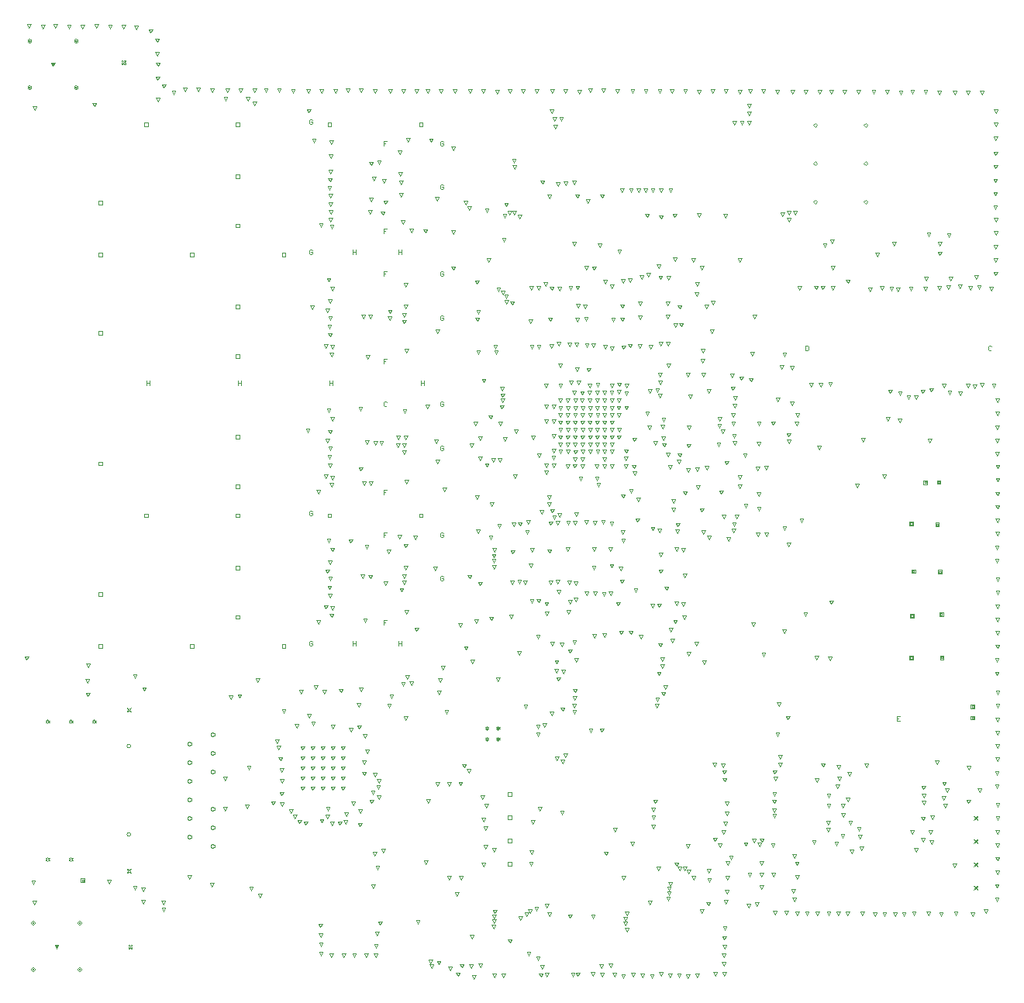
<source format=gbr>
G04*
G04 #@! TF.GenerationSoftware,Altium Limited,Altium Designer,24.2.2 (26)*
G04*
G04 Layer_Color=2752767*
%FSLAX25Y25*%
%MOIN*%
G70*
G04*
G04 #@! TF.SameCoordinates,383E0004-DF84-4F77-A050-2B2E5B934949*
G04*
G04*
G04 #@! TF.FilePolarity,Positive*
G04*
G01*
G75*
%ADD240C,0.00267*%
%ADD241C,0.00133*%
%ADD242C,0.00200*%
D240*
X-17861Y12568D02*
G03*
X-17861Y12568I-800J0D01*
G01*
Y-7432D02*
G03*
X-17861Y-7432I-800J0D01*
G01*
X2139D02*
G03*
X2139Y-7432I-800J0D01*
G01*
Y12568D02*
G03*
X2139Y12568I-800J0D01*
G01*
X24776Y-290634D02*
G03*
X24776Y-290634I-800J0D01*
G01*
Y-328634D02*
G03*
X24776Y-328634I-800J0D01*
G01*
X-16287Y-366772D02*
G03*
X-16287Y-366772I-800J0D01*
G01*
Y-386772D02*
G03*
X-16287Y-386772I-800J0D01*
G01*
X3713D02*
G03*
X3713Y-386772I-800J0D01*
G01*
Y-366772D02*
G03*
X3713Y-366772I-800J0D01*
G01*
D241*
X-18261Y12568D02*
G03*
X-18261Y12568I-400J0D01*
G01*
Y-7432D02*
G03*
X-18261Y-7432I-400J0D01*
G01*
X1739D02*
G03*
X1739Y-7432I-400J0D01*
G01*
Y12568D02*
G03*
X1739Y12568I-400J0D01*
G01*
X-16687Y-366772D02*
G03*
X-16687Y-366772I-400J0D01*
G01*
Y-386772D02*
G03*
X-16687Y-386772I-400J0D01*
G01*
X3313D02*
G03*
X3313Y-386772I-400J0D01*
G01*
Y-366772D02*
G03*
X3313Y-366772I-400J0D01*
G01*
D242*
X-8661Y1768D02*
X-9461Y3368D01*
X-7861D01*
X-8661Y1768D01*
Y2168D02*
X-9061Y2968D01*
X-8261D01*
X-8661Y2168D01*
X8976Y-280834D02*
X9376Y-280434D01*
X9776D01*
X9376Y-280034D01*
X9776Y-279634D01*
X9376D01*
X8976Y-279234D01*
X8576Y-279634D01*
X8176D01*
X8576Y-280034D01*
X8176Y-280434D01*
X8576D01*
X8976Y-280834D01*
X-11024D02*
X-10624Y-280434D01*
X-10224D01*
X-10624Y-280034D01*
X-10224Y-279634D01*
X-10624D01*
X-11024Y-279234D01*
X-11424Y-279634D01*
X-11824D01*
X-11424Y-280034D01*
X-11824Y-280434D01*
X-11424D01*
X-11024Y-280834D01*
X-1024D02*
X-624Y-280434D01*
X-224D01*
X-624Y-280034D01*
X-224Y-279634D01*
X-624D01*
X-1024Y-279234D01*
X-1424Y-279634D01*
X-1824D01*
X-1424Y-280034D01*
X-1824Y-280434D01*
X-1424D01*
X-1024Y-280834D01*
Y-340034D02*
X-624Y-339634D01*
X-224D01*
X-624Y-339234D01*
X-224Y-338834D01*
X-624D01*
X-1024Y-338434D01*
X-1424Y-338834D01*
X-1824D01*
X-1424Y-339234D01*
X-1824Y-339634D01*
X-1424D01*
X-1024Y-340034D01*
X-11024D02*
X-10624Y-339634D01*
X-10224D01*
X-10624Y-339234D01*
X-10224Y-338834D01*
X-10624D01*
X-11024Y-338434D01*
X-11424Y-338834D01*
X-11824D01*
X-11424Y-339234D01*
X-11824Y-339634D01*
X-11424D01*
X-11024Y-340034D01*
X23176Y-275834D02*
X23576Y-275034D01*
X23176Y-274234D01*
X23976Y-274634D01*
X24776Y-274234D01*
X24376Y-275034D01*
X24776Y-275834D01*
X23976Y-275434D01*
X23176Y-275834D01*
Y-345034D02*
X23576Y-344234D01*
X23176Y-343434D01*
X23976Y-343834D01*
X24776Y-343434D01*
X24376Y-344234D01*
X24776Y-345034D01*
X23976Y-344634D01*
X23176Y-345034D01*
X59576Y-334034D02*
Y-334434D01*
X60376D01*
Y-334034D01*
X60776D01*
Y-333234D01*
X60376D01*
Y-332834D01*
X59576D01*
Y-333234D01*
X59176D01*
Y-334034D01*
X59576D01*
X49576Y-330034D02*
Y-330434D01*
X50376D01*
Y-330034D01*
X50776D01*
Y-329234D01*
X50376D01*
Y-328834D01*
X49576D01*
Y-329234D01*
X49176D01*
Y-330034D01*
X49576D01*
X59576Y-326034D02*
Y-326434D01*
X60376D01*
Y-326034D01*
X60776D01*
Y-325234D01*
X60376D01*
Y-324834D01*
X59576D01*
Y-325234D01*
X59176D01*
Y-326034D01*
X59576D01*
Y-318034D02*
Y-318434D01*
X60376D01*
Y-318034D01*
X60776D01*
Y-317234D01*
X60376D01*
Y-316834D01*
X59576D01*
Y-317234D01*
X59176D01*
Y-318034D01*
X59576D01*
Y-294034D02*
Y-294434D01*
X60376D01*
Y-294034D01*
X60776D01*
Y-293234D01*
X60376D01*
Y-292834D01*
X59576D01*
Y-293234D01*
X59176D01*
Y-294034D01*
X59576D01*
Y-286034D02*
Y-286434D01*
X60376D01*
Y-286034D01*
X60776D01*
Y-285234D01*
X60376D01*
Y-284834D01*
X59576D01*
Y-285234D01*
X59176D01*
Y-286034D01*
X59576D01*
X49576Y-322034D02*
Y-322434D01*
X50376D01*
Y-322034D01*
X50776D01*
Y-321234D01*
X50376D01*
Y-320834D01*
X49576D01*
Y-321234D01*
X49176D01*
Y-322034D01*
X49576D01*
Y-314034D02*
Y-314434D01*
X50376D01*
Y-314034D01*
X50776D01*
Y-313234D01*
X50376D01*
Y-312834D01*
X49576D01*
Y-313234D01*
X49176D01*
Y-314034D01*
X49576D01*
Y-306034D02*
Y-306434D01*
X50376D01*
Y-306034D01*
X50776D01*
Y-305234D01*
X50376D01*
Y-304834D01*
X49576D01*
Y-305234D01*
X49176D01*
Y-306034D01*
X49576D01*
Y-298034D02*
Y-298434D01*
X50376D01*
Y-298034D01*
X50776D01*
Y-297234D01*
X50376D01*
Y-296834D01*
X49576D01*
Y-297234D01*
X49176D01*
Y-298034D01*
X49576D01*
Y-290034D02*
Y-290434D01*
X50376D01*
Y-290034D01*
X50776D01*
Y-289234D01*
X50376D01*
Y-288834D01*
X49576D01*
Y-289234D01*
X49176D01*
Y-290034D01*
X49576D01*
X59576Y-302034D02*
Y-302434D01*
X60376D01*
Y-302034D01*
X60776D01*
Y-301234D01*
X60376D01*
Y-300834D01*
X59576D01*
Y-301234D01*
X59176D01*
Y-302034D01*
X59576D01*
X70066Y-214580D02*
Y-212980D01*
X71666D01*
Y-214580D01*
X70066D01*
Y-158477D02*
Y-156877D01*
X71666D01*
Y-158477D01*
X70066D01*
Y-102375D02*
Y-100775D01*
X71666D01*
Y-102375D01*
X70066D01*
Y-46272D02*
Y-44672D01*
X71666D01*
Y-46272D01*
X70066D01*
Y-235839D02*
Y-234239D01*
X71666D01*
Y-235839D01*
X70066D01*
X11011Y-225997D02*
Y-224397D01*
X12611D01*
Y-225997D01*
X11011D01*
X70066Y-179737D02*
Y-178137D01*
X71666D01*
Y-179737D01*
X70066D01*
X11011Y-169894D02*
Y-168294D01*
X12611D01*
Y-169894D01*
X11011D01*
X70066Y-123635D02*
Y-122035D01*
X71666D01*
Y-123635D01*
X70066D01*
X11011Y-113792D02*
Y-112192D01*
X12611D01*
Y-113792D01*
X11011D01*
X70066Y-67532D02*
Y-65932D01*
X71666D01*
Y-67532D01*
X70066D01*
X11011Y-57690D02*
Y-56090D01*
X12611D01*
Y-57690D01*
X11011D01*
X139764Y-245520D02*
Y-247520D01*
Y-246520D01*
X141097D01*
Y-245520D01*
Y-247520D01*
X120079Y-245520D02*
Y-247520D01*
Y-246520D01*
X121412D01*
Y-245520D01*
Y-247520D01*
X149606Y-133316D02*
Y-135315D01*
Y-134315D01*
X150939D01*
Y-133316D01*
Y-135315D01*
X139764Y-77213D02*
Y-79212D01*
Y-78213D01*
X141097D01*
Y-77213D01*
Y-79212D01*
X120079Y-77213D02*
Y-79212D01*
Y-78213D01*
X121412D01*
Y-77213D01*
Y-79212D01*
X110236Y-133316D02*
Y-135315D01*
Y-134315D01*
X111569D01*
Y-133316D01*
Y-135315D01*
X31496Y-133316D02*
Y-135315D01*
Y-134315D01*
X32829D01*
Y-133316D01*
Y-135315D01*
X70866Y-133316D02*
Y-135315D01*
Y-134315D01*
X72199D01*
Y-133316D01*
Y-135315D01*
X159207Y-217822D02*
X158874Y-217489D01*
X158207D01*
X157874Y-217822D01*
Y-219155D01*
X158207Y-219488D01*
X158874D01*
X159207Y-219155D01*
Y-218488D01*
X158540D01*
X159207Y-198924D02*
X158874Y-198591D01*
X158207D01*
X157874Y-198924D01*
Y-200257D01*
X158207Y-200590D01*
X158874D01*
X159207Y-200257D01*
Y-199591D01*
X158540D01*
X159207Y-161720D02*
X158874Y-161386D01*
X158207D01*
X157874Y-161720D01*
Y-163052D01*
X158207Y-163386D01*
X158874D01*
X159207Y-163052D01*
Y-162386D01*
X158540D01*
X159207Y-142822D02*
X158874Y-142489D01*
X158207D01*
X157874Y-142822D01*
Y-144155D01*
X158207Y-144488D01*
X158874D01*
X159207Y-144155D01*
Y-143488D01*
X158540D01*
X159207Y-105617D02*
X158874Y-105284D01*
X158207D01*
X157874Y-105617D01*
Y-106950D01*
X158207Y-107283D01*
X158874D01*
X159207Y-106950D01*
Y-106284D01*
X158540D01*
X159207Y-86720D02*
X158874Y-86386D01*
X158207D01*
X157874Y-86720D01*
Y-88052D01*
X158207Y-88386D01*
X158874D01*
X159207Y-88052D01*
Y-87386D01*
X158540D01*
X159207Y-49515D02*
X158874Y-49182D01*
X158207D01*
X157874Y-49515D01*
Y-50848D01*
X158207Y-51181D01*
X158874D01*
X159207Y-50848D01*
Y-50181D01*
X158540D01*
X159207Y-30617D02*
X158874Y-30284D01*
X158207D01*
X157874Y-30617D01*
Y-31950D01*
X158207Y-32283D01*
X158874D01*
X159207Y-31950D01*
Y-31284D01*
X158540D01*
X102908Y-245853D02*
X102575Y-245520D01*
X101908D01*
X101575Y-245853D01*
Y-247186D01*
X101908Y-247520D01*
X102575D01*
X102908Y-247186D01*
Y-246520D01*
X102241D01*
X102908Y-189751D02*
X102575Y-189418D01*
X101908D01*
X101575Y-189751D01*
Y-191084D01*
X101908Y-191417D01*
X102575D01*
X102908Y-191084D01*
Y-190418D01*
X102241D01*
X102908Y-77546D02*
X102575Y-77213D01*
X101908D01*
X101575Y-77546D01*
Y-78879D01*
X101908Y-79212D01*
X102575D01*
X102908Y-78879D01*
Y-78213D01*
X102241D01*
X102908Y-21444D02*
X102575Y-21111D01*
X101908D01*
X101575Y-21444D01*
Y-22777D01*
X101908Y-23110D01*
X102575D01*
X102908Y-22777D01*
Y-22110D01*
X102241D01*
X30696Y-192217D02*
Y-190617D01*
X32296D01*
Y-192217D01*
X30696D01*
X89751Y-248320D02*
Y-246720D01*
X91351D01*
Y-248320D01*
X89751D01*
X50381D02*
Y-246720D01*
X51981D01*
Y-248320D01*
X50381D01*
X11011D02*
Y-246720D01*
X12611D01*
Y-248320D01*
X11011D01*
X89751Y-80013D02*
Y-78412D01*
X91351D01*
Y-80013D01*
X89751D01*
X50381D02*
Y-78412D01*
X51981D01*
Y-80013D01*
X50381D01*
X11011D02*
Y-78412D01*
X12611D01*
Y-80013D01*
X11011D01*
X134798Y-198591D02*
X133465D01*
Y-199591D01*
X134131D01*
X133465D01*
Y-200590D01*
X134798Y-236386D02*
X133465D01*
Y-237386D01*
X134131D01*
X133465D01*
Y-238386D01*
X70066Y-192217D02*
Y-190617D01*
X71666D01*
Y-192217D01*
X70066D01*
X134798Y-142822D02*
X134464Y-142489D01*
X133798D01*
X133465Y-142822D01*
Y-144155D01*
X133798Y-144488D01*
X134464D01*
X134798Y-144155D01*
Y-180284D02*
X133465D01*
Y-181284D01*
X134131D01*
X133465D01*
Y-182283D01*
X148806Y-192217D02*
Y-190617D01*
X150406D01*
Y-192217D01*
X148806D01*
X109436D02*
Y-190617D01*
X111036D01*
Y-192217D01*
X109436D01*
X134798Y-86386D02*
X133465D01*
Y-87386D01*
X134131D01*
X133465D01*
Y-88386D01*
X134798Y-124182D02*
X133465D01*
Y-125181D01*
X134131D01*
X133465D01*
Y-126181D01*
X109436Y-23910D02*
Y-22310D01*
X111036D01*
Y-23910D01*
X109436D01*
X148806D02*
Y-22310D01*
X150406D01*
Y-23910D01*
X148806D01*
X70066D02*
Y-22310D01*
X71666D01*
Y-23910D01*
X70066D01*
X30696D02*
Y-22310D01*
X32296D01*
Y-23910D01*
X30696D01*
X134798Y-30284D02*
X133465D01*
Y-31284D01*
X134131D01*
X133465D01*
Y-32283D01*
X134798Y-68079D02*
X133465D01*
Y-69079D01*
X134131D01*
X133465D01*
Y-70079D01*
X-7087Y-377572D02*
X-7887Y-375972D01*
X-6287D01*
X-7087Y-377572D01*
Y-377172D02*
X-7487Y-376372D01*
X-6687D01*
X-7087Y-377172D01*
X355664Y-277634D02*
X354331D01*
Y-279633D01*
X355664D01*
X354331Y-278634D02*
X354997D01*
X314961Y-118480D02*
Y-120480D01*
X315960D01*
X316294Y-120146D01*
Y-118814D01*
X315960Y-118480D01*
X314961D01*
X395034Y-118814D02*
X394701Y-118480D01*
X394034D01*
X393701Y-118814D01*
Y-120146D01*
X394034Y-120480D01*
X394701D01*
X395034Y-120146D01*
X20810Y2743D02*
X21210D01*
X21610Y3143D01*
X22010Y2743D01*
X22410D01*
Y3143D01*
X22010Y3543D01*
X22410Y3943D01*
Y4343D01*
X22010D01*
X21610Y3943D01*
X21210Y4343D01*
X20810D01*
Y3943D01*
X21210Y3543D01*
X20810Y3143D01*
Y2743D01*
X339953Y-23476D02*
X340754Y-22676D01*
X341553Y-23476D01*
X340754Y-24276D01*
X339953Y-23476D01*
Y-40011D02*
X340754Y-39211D01*
X341553Y-40011D01*
X340754Y-40811D01*
X339953Y-40011D01*
Y-56547D02*
X340754Y-55747D01*
X341553Y-56547D01*
X340754Y-57347D01*
X339953Y-56547D01*
X318300Y-23476D02*
X319100Y-22676D01*
X319900Y-23476D01*
X319100Y-24276D01*
X318300Y-23476D01*
Y-40011D02*
X319100Y-39211D01*
X319900Y-40011D01*
X319100Y-40811D01*
X318300Y-40011D01*
Y-56547D02*
X319100Y-55747D01*
X319900Y-56547D01*
X319100Y-57347D01*
X318300Y-56547D01*
X387389Y-352296D02*
X387789Y-351496D01*
X387389Y-350696D01*
X388189Y-351096D01*
X388989Y-350696D01*
X388589Y-351496D01*
X388989Y-352296D01*
X388189Y-351896D01*
X387389Y-352296D01*
X387789Y-351896D02*
X387989Y-351496D01*
X387789Y-351096D01*
X388189Y-351296D01*
X388589Y-351096D01*
X388389Y-351496D01*
X388589Y-351896D01*
X388189Y-351696D01*
X387789Y-351896D01*
X387389Y-342296D02*
X387789Y-341496D01*
X387389Y-340696D01*
X388189Y-341096D01*
X388989Y-340696D01*
X388589Y-341496D01*
X388989Y-342296D01*
X388189Y-341896D01*
X387389Y-342296D01*
X387789Y-341896D02*
X387989Y-341496D01*
X387789Y-341096D01*
X388189Y-341296D01*
X388589Y-341096D01*
X388389Y-341496D01*
X388589Y-341896D01*
X388189Y-341696D01*
X387789Y-341896D01*
X387389Y-332296D02*
X387789Y-331496D01*
X387389Y-330696D01*
X388189Y-331096D01*
X388989Y-330696D01*
X388589Y-331496D01*
X388989Y-332296D01*
X388189Y-331896D01*
X387389Y-332296D01*
X387789Y-331896D02*
X387989Y-331496D01*
X387789Y-331096D01*
X388189Y-331296D01*
X388589Y-331096D01*
X388389Y-331496D01*
X388589Y-331896D01*
X388189Y-331696D01*
X387789Y-331896D01*
X387389Y-322296D02*
X387789Y-321496D01*
X387389Y-320696D01*
X388189Y-321096D01*
X388989Y-320696D01*
X388589Y-321496D01*
X388989Y-322296D01*
X388189Y-321896D01*
X387389Y-322296D01*
X387789Y-321896D02*
X387989Y-321496D01*
X387789Y-321096D01*
X388189Y-321296D01*
X388589Y-321096D01*
X388389Y-321496D01*
X388589Y-321896D01*
X388189Y-321696D01*
X387789Y-321896D01*
X187055Y-342119D02*
Y-340519D01*
X188655D01*
Y-342119D01*
X187055D01*
Y-332119D02*
Y-330519D01*
X188655D01*
Y-332119D01*
X187055D01*
Y-312119D02*
Y-310519D01*
X188655D01*
Y-312119D01*
X187055D01*
Y-322119D02*
Y-320519D01*
X188655D01*
Y-322119D01*
X187055D01*
X23748Y-377572D02*
X24148D01*
X24548Y-377172D01*
X24948Y-377572D01*
X25348D01*
Y-377172D01*
X24948Y-376772D01*
X25348Y-376372D01*
Y-375972D01*
X24948D01*
X24548Y-376372D01*
X24148Y-375972D01*
X23748D01*
Y-376372D01*
X24148Y-376772D01*
X23748Y-377172D01*
Y-377572D01*
X241506Y-174018D02*
X240706Y-172417D01*
X242306D01*
X241506Y-174018D01*
X184646Y-142646D02*
X183846Y-141046D01*
X185446D01*
X184646Y-142646D01*
X241173Y-171200D02*
X240373Y-169600D01*
X241973D01*
X241173Y-171200D01*
X184646Y-140546D02*
X183846Y-138946D01*
X185446D01*
X184646Y-140546D01*
X190051Y-175447D02*
X189251Y-173847D01*
X190851D01*
X190051Y-175447D01*
X206653Y-145395D02*
X205854Y-143795D01*
X207453D01*
X206653Y-145395D01*
X256266Y-354827D02*
X255467Y-353227D01*
X257066D01*
X256266Y-354827D01*
X203469Y-145395D02*
X202669Y-143795D01*
X204269D01*
X203469Y-145395D01*
X256266Y-352727D02*
X255467Y-351127D01*
X257066D01*
X256266Y-352727D01*
X168888Y-249182D02*
X168088Y-247582D01*
X169688D01*
X168888Y-249182D01*
X225603Y-136055D02*
X224803Y-134455D01*
X226403D01*
X225603Y-136055D01*
X187622Y-62140D02*
X186822Y-60540D01*
X188422D01*
X187622Y-62140D01*
X225399Y-139302D02*
X224599Y-137701D01*
X226199D01*
X225399Y-139302D01*
X189722Y-62140D02*
X188922Y-60540D01*
X190522D01*
X189722Y-62140D01*
X188797Y-100890D02*
X187997Y-99290D01*
X189597D01*
X188797Y-100890D01*
X159693Y-181036D02*
X158893Y-179436D01*
X160493D01*
X159693Y-181036D01*
X206905Y-193067D02*
X206105Y-191467D01*
X207705D01*
X206905Y-193067D01*
X195628Y-195168D02*
X194828Y-193568D01*
X196428D01*
X195628Y-195168D01*
X170416Y-218516D02*
X169616Y-216916D01*
X171216D01*
X170416Y-218516D01*
X171675Y-255146D02*
X170875Y-253546D01*
X172475D01*
X171675Y-255146D01*
X188302Y-235830D02*
X187502Y-234230D01*
X189102D01*
X188302Y-235830D01*
X179786Y-236560D02*
X178986Y-234960D01*
X180586D01*
X179786Y-236560D01*
X173714Y-184332D02*
X172914Y-182732D01*
X174514D01*
X173714Y-184332D01*
X177910Y-170528D02*
X177110Y-168928D01*
X178710D01*
X177910Y-170528D01*
X174235Y-122102D02*
X173435Y-120502D01*
X175035D01*
X174235Y-122102D01*
X174234Y-104603D02*
X173434Y-103003D01*
X175034D01*
X174234Y-104603D01*
X181554Y-119663D02*
X180754Y-118063D01*
X182354D01*
X181554Y-119663D01*
X163421Y-70455D02*
X162621Y-68855D01*
X164221D01*
X163421Y-70455D01*
X170332Y-59953D02*
X169532Y-58354D01*
X171132D01*
X170332Y-59953D01*
X177880Y-61114D02*
X177079Y-59513D01*
X178680D01*
X177880Y-61114D01*
X185229Y-73827D02*
X184429Y-72227D01*
X186029D01*
X185229Y-73827D01*
X201518Y-190749D02*
X200718Y-189149D01*
X202318D01*
X201518Y-190749D01*
X30158Y-353114D02*
X29358Y-351514D01*
X30958D01*
X30158Y-353114D01*
X26601Y-261412D02*
X25801Y-259812D01*
X27401D01*
X26601Y-261412D01*
X30573Y-266850D02*
X29773Y-265250D01*
X31373D01*
X30573Y-266850D01*
X3351Y-349168D02*
Y-347568D01*
X4951D01*
Y-349168D01*
X3351D01*
X3751Y-348768D02*
Y-347968D01*
X4551D01*
Y-348768D01*
X3751D01*
X386011Y-274335D02*
Y-272735D01*
X387611D01*
Y-274335D01*
X386011D01*
X386411Y-273935D02*
Y-273135D01*
X387211D01*
Y-273935D01*
X386411D01*
X386011Y-279188D02*
Y-277589D01*
X387611D01*
Y-279188D01*
X386011D01*
X386411Y-278788D02*
Y-277989D01*
X387211D01*
Y-278788D01*
X386411D01*
X371444Y-177850D02*
Y-176250D01*
X373044D01*
Y-177850D01*
X371444D01*
X371844Y-177450D02*
Y-176650D01*
X372644D01*
Y-177450D01*
X371844D01*
X365736Y-177907D02*
Y-176307D01*
X367336D01*
Y-177907D01*
X365736D01*
X366136Y-177507D02*
Y-176707D01*
X366935D01*
Y-177507D01*
X366136D01*
X372782Y-253289D02*
Y-251689D01*
X374382D01*
Y-253289D01*
X372782D01*
X373182Y-252889D02*
Y-252089D01*
X373982D01*
Y-252889D01*
X373182D01*
X359579Y-253343D02*
Y-251743D01*
X361179D01*
Y-253343D01*
X359579D01*
X359979Y-252943D02*
Y-252143D01*
X360779D01*
Y-252943D01*
X359979D01*
X372512Y-234677D02*
Y-233077D01*
X374112D01*
Y-234677D01*
X372512D01*
X372912Y-234277D02*
Y-233477D01*
X373712D01*
Y-234277D01*
X372912D01*
X359910Y-235385D02*
Y-233785D01*
X361510D01*
Y-235385D01*
X359910D01*
X360310Y-234985D02*
Y-234185D01*
X361110D01*
Y-234985D01*
X360310D01*
X371947Y-216452D02*
Y-214852D01*
X373547D01*
Y-216452D01*
X371947D01*
X372347Y-216052D02*
Y-215252D01*
X373147D01*
Y-216052D01*
X372347D01*
X360505Y-216211D02*
Y-214611D01*
X362105D01*
Y-216211D01*
X360505D01*
X360905Y-215811D02*
Y-215011D01*
X361704D01*
Y-215811D01*
X360905D01*
X370787Y-196114D02*
Y-194514D01*
X372387D01*
Y-196114D01*
X370787D01*
X371187Y-195714D02*
Y-194914D01*
X371987D01*
Y-195714D01*
X371187D01*
X359624Y-195765D02*
Y-194165D01*
X361224D01*
Y-195765D01*
X359624D01*
X360024Y-195365D02*
Y-194565D01*
X360824D01*
Y-195365D01*
X360024D01*
X189788Y-42283D02*
X188988Y-40683D01*
X190588D01*
X189788Y-42283D01*
X186218Y-58566D02*
X185418Y-56966D01*
X187018D01*
X186218Y-58566D01*
X157281Y-268264D02*
X156481Y-266664D01*
X158081D01*
X157281Y-268264D01*
X159044Y-257666D02*
X158244Y-256066D01*
X159844D01*
X159044Y-257666D01*
X157746Y-262994D02*
X156946Y-261394D01*
X158545D01*
X157746Y-262994D01*
X183228Y-196583D02*
X182428Y-194983D01*
X184028D01*
X183228Y-196583D01*
X173844Y-107894D02*
X173044Y-106294D01*
X174644D01*
X173844Y-107894D01*
X141220Y-224225D02*
X140420Y-222625D01*
X142020D01*
X141220Y-224225D01*
X223734Y-119114D02*
X222934Y-117514D01*
X224534D01*
X223734Y-119114D01*
X220901Y-118936D02*
X220101Y-117336D01*
X221701D01*
X220901Y-118936D01*
X216452Y-118730D02*
X215652Y-117130D01*
X217252D01*
X216452Y-118730D01*
X213491Y-118804D02*
X212691Y-117204D01*
X214291D01*
X213491Y-118804D01*
X208747Y-118484D02*
X207947Y-116884D01*
X209547D01*
X208747Y-118484D01*
X179473Y-149871D02*
X178673Y-148271D01*
X180273D01*
X179473Y-149871D01*
X242986Y-185444D02*
X242185Y-183844D01*
X243786D01*
X242986Y-185444D01*
X255981Y-127716D02*
X255181Y-126116D01*
X256781D01*
X255981Y-127716D01*
X163421Y-34475D02*
X162621Y-32875D01*
X164221D01*
X163421Y-34475D01*
X305792Y-241957D02*
X304992Y-240357D01*
X306592D01*
X305792Y-241957D01*
X252831Y-63890D02*
X252031Y-62291D01*
X253631D01*
X252831Y-63890D01*
X221354Y-57075D02*
X220553Y-55475D01*
X222153D01*
X221354Y-57075D01*
X168856Y-57645D02*
X168056Y-56045D01*
X169656D01*
X168856Y-57645D01*
X173714Y-91855D02*
X172914Y-90255D01*
X174514D01*
X173714Y-91855D01*
X181879Y-122060D02*
X181079Y-120460D01*
X182679D01*
X181879Y-122060D01*
X176597Y-134212D02*
X175797Y-132612D01*
X177397D01*
X176597Y-134212D01*
X179941Y-187485D02*
X179141Y-185885D01*
X180741D01*
X179941Y-187485D01*
X179603Y-201674D02*
X178803Y-200074D01*
X180403D01*
X179603Y-201674D01*
X173360Y-237790D02*
X172560Y-236190D01*
X174160D01*
X173360Y-237790D01*
X177284Y-334581D02*
X176484Y-332981D01*
X178084D01*
X177284Y-334581D01*
X234363Y-230189D02*
X233563Y-228589D01*
X235163D01*
X234363Y-230189D01*
X222281Y-149090D02*
X221481Y-147490D01*
X223081D01*
X222281Y-149090D01*
X320866Y-162933D02*
X320066Y-161333D01*
X321666D01*
X320866Y-162933D01*
X337191Y-179257D02*
X336391Y-177657D01*
X337991D01*
X337191Y-179257D01*
X309167Y-144061D02*
X308367Y-142461D01*
X309967D01*
X309167Y-144061D01*
X318541Y-332661D02*
X317741Y-331061D01*
X319341D01*
X318541Y-332661D01*
X210487Y-275540D02*
X209686Y-273940D01*
X211286D01*
X210487Y-275540D01*
X341126Y-299713D02*
X340326Y-298113D01*
X341926D01*
X341126Y-299713D01*
X325963Y-229558D02*
X325163Y-227958D01*
X326763D01*
X325963Y-229558D01*
X166535Y-239359D02*
X165735Y-237759D01*
X167335D01*
X166535Y-239359D01*
X174104Y-199120D02*
X173304Y-197520D01*
X174904D01*
X174104Y-199120D01*
X374572Y-307542D02*
X373772Y-305942D01*
X375372D01*
X374572Y-307542D01*
X338287Y-330325D02*
X337487Y-328725D01*
X339087D01*
X338287Y-330325D01*
X65384Y-318434D02*
X64584Y-316834D01*
X66184D01*
X65384Y-318434D01*
X74782Y-317430D02*
X73982Y-315830D01*
X75582D01*
X74782Y-317430D01*
X177401Y-326581D02*
X176602Y-324981D01*
X178201D01*
X177401Y-326581D01*
X177685Y-317048D02*
X176885Y-315448D01*
X178485D01*
X177685Y-317048D01*
X156615Y-307710D02*
X155815Y-306110D01*
X157415D01*
X156615Y-307710D01*
X161648Y-348008D02*
X160848Y-346408D01*
X162448D01*
X161648Y-348008D01*
X143611Y-261755D02*
X142811Y-260156D01*
X144411D01*
X143611Y-261755D01*
X141919Y-264654D02*
X141119Y-263054D01*
X142719D01*
X141919Y-264654D01*
X145527Y-264437D02*
X144727Y-262837D01*
X146327D01*
X145527Y-264437D01*
X129733Y-337606D02*
X128933Y-336006D01*
X130533D01*
X129733Y-337606D01*
X-20039Y-253556D02*
X-20839Y-251956D01*
X-19239D01*
X-20039Y-253556D01*
X372638Y-79530D02*
X371838Y-77930D01*
X373438D01*
X372638Y-79530D01*
Y-75272D02*
X371838Y-73672D01*
X373438D01*
X372638Y-75272D01*
X352953D02*
X352153Y-73672D01*
X353753D01*
X352953Y-75272D01*
X326618Y-85802D02*
X325818Y-84202D01*
X327418D01*
X326618Y-85802D01*
X326378Y-74481D02*
X325578Y-72881D01*
X327178D01*
X326378Y-74481D01*
X204772Y-54934D02*
X203972Y-53334D01*
X205572D01*
X204772Y-54934D01*
X216771Y-54880D02*
X215971Y-53281D01*
X217571D01*
X216771Y-54880D01*
X227476D02*
X226676Y-53281D01*
X228276D01*
X227476Y-54880D01*
X280419Y-63301D02*
X279619Y-61701D01*
X281219D01*
X280419Y-63301D01*
X269158Y-63103D02*
X268358Y-61503D01*
X269958D01*
X269158Y-63103D01*
X246744Y-63201D02*
X245944Y-61602D01*
X247544D01*
X246744Y-63201D01*
X258659D02*
X257859Y-61602D01*
X259459D01*
X258659Y-63201D01*
X228432Y-167960D02*
X227632Y-166360D01*
X229233D01*
X228432Y-167960D01*
Y-171110D02*
X227632Y-169510D01*
X229233D01*
X228432Y-171110D01*
X180902Y-211641D02*
X180102Y-210041D01*
X181702D01*
X180902Y-211641D01*
Y-209541D02*
X180102Y-207941D01*
X181702D01*
X180902Y-209541D01*
X236434Y-183851D02*
X235633Y-182251D01*
X237233D01*
X236434Y-183851D01*
X241365Y-159516D02*
X240565Y-157916D01*
X242165D01*
X241365Y-159516D01*
X215410Y-139426D02*
X214610Y-137826D01*
X216210D01*
X215410Y-139426D01*
X214131Y-134976D02*
X213331Y-133376D01*
X214931D01*
X214131Y-134976D01*
X217300D02*
X216500Y-133376D01*
X218100D01*
X217300Y-134976D01*
X218900Y-139563D02*
X218100Y-137963D01*
X219700D01*
X218900Y-139563D01*
X234659Y-139096D02*
X233859Y-137496D01*
X235459D01*
X234659Y-139096D01*
X234783Y-135888D02*
X233983Y-134288D01*
X235583D01*
X234783Y-135888D01*
X231578Y-139407D02*
X230778Y-137807D01*
X232378D01*
X231578Y-139407D01*
X186295Y-100474D02*
X185495Y-98874D01*
X187095D01*
X186295Y-100474D01*
X281766Y-202438D02*
X280965Y-200838D01*
X282565D01*
X281766Y-202438D01*
X273420Y-201613D02*
X272620Y-200013D01*
X274220D01*
X273420Y-201613D01*
X255835Y-165930D02*
X255035Y-164330D01*
X256635D01*
X255835Y-165930D01*
X256681Y-171311D02*
X255881Y-169711D01*
X257481D01*
X256681Y-171311D01*
X192101Y-195879D02*
X191301Y-194279D01*
X192901D01*
X192101Y-195879D01*
X80375Y-355734D02*
X79576Y-354134D01*
X81176D01*
X80375Y-355734D01*
X190441Y-156005D02*
X189641Y-154405D01*
X191241D01*
X190441Y-156005D01*
X303022Y-142340D02*
X302222Y-140740D01*
X303822D01*
X303022Y-142340D01*
X304619Y-128267D02*
X303819Y-126667D01*
X305419D01*
X304619Y-128267D01*
X228432Y-139252D02*
X227632Y-137652D01*
X229233D01*
X228432Y-139252D01*
X222050Y-139252D02*
X221250Y-137652D01*
X222850D01*
X222050Y-139252D01*
X222206Y-142735D02*
X221406Y-141135D01*
X223006D01*
X222206Y-142735D01*
X251257Y-138346D02*
X250457Y-136746D01*
X252057D01*
X251257Y-138346D01*
X197239Y-119576D02*
X196439Y-117976D01*
X198039D01*
X197239Y-119576D01*
X200214Y-119728D02*
X199414Y-118128D01*
X201014D01*
X200214Y-119728D01*
X248404Y-119724D02*
X247604Y-118124D01*
X249204D01*
X248404Y-119724D01*
X209465Y-127676D02*
X208665Y-126076D01*
X210265D01*
X209465Y-127676D01*
X225203Y-170970D02*
X224403Y-169370D01*
X226003D01*
X225203Y-170970D01*
X225244Y-176451D02*
X224444Y-174851D01*
X226044D01*
X225244Y-176451D01*
X225895Y-179145D02*
X225095Y-177545D01*
X226695D01*
X225895Y-179145D01*
X197769Y-158602D02*
X196969Y-157002D01*
X198569D01*
X197769Y-158602D01*
X200377Y-166277D02*
X199577Y-164677D01*
X201177D01*
X200377Y-166277D01*
X217177Y-101926D02*
X216377Y-100326D01*
X217977D01*
X217177Y-101926D01*
X220129Y-102312D02*
X219330Y-100712D01*
X220930D01*
X220129Y-102312D01*
X184756Y-96466D02*
X183956Y-94866D01*
X185556D01*
X184756Y-96466D01*
X186241Y-97951D02*
X185441Y-96351D01*
X187041D01*
X186241Y-97951D01*
X143039Y-279475D02*
X142239Y-277875D01*
X143839D01*
X143039Y-279475D01*
X135893Y-274094D02*
X135093Y-272494D01*
X136693D01*
X135893Y-274094D01*
X136932Y-269907D02*
X136132Y-268307D01*
X137732D01*
X136932Y-269907D01*
X251766Y-85116D02*
X250966Y-83516D01*
X252566D01*
X251766Y-85116D01*
X270363Y-85790D02*
X269563Y-84190D01*
X271163D01*
X270363Y-85790D01*
X234912Y-78596D02*
X234113Y-76996D01*
X235713D01*
X234912Y-78596D01*
X129068Y-351810D02*
X128268Y-350210D01*
X129868D01*
X129068Y-351810D01*
X130934Y-343644D02*
X130134Y-342044D01*
X131734D01*
X130934Y-343644D01*
X368307Y-160032D02*
X367507Y-158432D01*
X369107D01*
X368307Y-160032D01*
X376575Y-71602D02*
X375775Y-70002D01*
X377375D01*
X376575Y-71602D01*
X367913Y-71386D02*
X367113Y-69786D01*
X368713D01*
X367913Y-71386D01*
X333180Y-91539D02*
X332381Y-89939D01*
X333980D01*
X333180Y-91539D01*
X323252Y-75957D02*
X322452Y-74357D01*
X324052D01*
X323252Y-75957D01*
X388386Y-89644D02*
X387586Y-88044D01*
X389186D01*
X388386Y-89644D01*
X314937Y-234677D02*
X314137Y-233077D01*
X315737D01*
X314937Y-234677D01*
X292463Y-239145D02*
X291663Y-237545D01*
X293263D01*
X292463Y-239145D01*
X6356Y-269189D02*
X5556Y-267589D01*
X7156D01*
X6356Y-269189D01*
X6161Y-263282D02*
X5361Y-261682D01*
X6961D01*
X6161Y-263282D01*
X6486Y-256705D02*
X5686Y-255105D01*
X7286D01*
X6486Y-256705D01*
X43252Y-10279D02*
X42452Y-8679D01*
X44052D01*
X43252Y-10279D01*
X36446Y-13481D02*
X35646Y-11881D01*
X37246D01*
X36446Y-13481D01*
X101402Y-18182D02*
X100602Y-16582D01*
X102202D01*
X101402Y-18182D01*
X78028Y-14973D02*
X77228Y-13373D01*
X78828D01*
X78028Y-14973D01*
X65573Y-13005D02*
X64773Y-11405D01*
X66373D01*
X65573Y-13005D01*
X75098D02*
X74298Y-11405D01*
X75898D01*
X75098Y-13005D01*
X9110Y-15505D02*
X8310Y-13905D01*
X9910D01*
X9110Y-15505D01*
X-16535Y-16942D02*
X-17335Y-15342D01*
X-15735D01*
X-16535Y-16942D01*
X377362Y-90320D02*
X376562Y-88720D01*
X378162D01*
X377362Y-90320D01*
X366780D02*
X365980Y-88720D01*
X367580D01*
X366780Y-90320D01*
X345866Y-80066D02*
X345066Y-78466D01*
X346666D01*
X345866Y-80066D01*
X266631Y-82363D02*
X265831Y-80763D01*
X267431D01*
X266631Y-82363D01*
X258809Y-81946D02*
X258009Y-80345D01*
X259609D01*
X258809Y-81946D01*
X226443Y-76156D02*
X225643Y-74556D01*
X227243D01*
X226443Y-76156D01*
X215494Y-75240D02*
X214694Y-73640D01*
X216294D01*
X215494Y-75240D01*
X76552Y-352720D02*
X75752Y-351120D01*
X77352D01*
X76552Y-352720D01*
X15434Y-349630D02*
X14634Y-348030D01*
X16234D01*
X15434Y-349630D01*
X26601Y-352361D02*
X25801Y-350761D01*
X27401D01*
X26601Y-352361D01*
X49976Y-347606D02*
X49176Y-346006D01*
X50776D01*
X49976Y-347606D01*
X59715Y-350940D02*
X58915Y-349341D01*
X60514D01*
X59715Y-350940D01*
X30118Y-358468D02*
X29318Y-356868D01*
X30918D01*
X30118Y-358468D01*
X38936Y-361677D02*
X38136Y-360077D01*
X39736D01*
X38936Y-361677D01*
X38755Y-358607D02*
X37955Y-357007D01*
X39555D01*
X38755Y-358607D01*
X-16711Y-358626D02*
X-17511Y-357026D01*
X-15911D01*
X-16711Y-358626D01*
X-17087Y-349965D02*
X-17887Y-348365D01*
X-16287D01*
X-17087Y-349965D01*
X262836Y-236154D02*
X262036Y-234554D01*
X263636D01*
X262836Y-236154D01*
X258875Y-237854D02*
X258075Y-236254D01*
X259675D01*
X258875Y-237854D01*
X131446Y-313345D02*
X130646Y-311745D01*
X132246D01*
X131446Y-313345D01*
X128896Y-311278D02*
X128096Y-309678D01*
X129696D01*
X128896Y-311278D01*
X131509Y-306437D02*
X130709Y-304837D01*
X132309D01*
X131509Y-306437D01*
X131237Y-309050D02*
X130437Y-307451D01*
X132036D01*
X131237Y-309050D01*
X126512Y-293723D02*
X125712Y-292123D01*
X127312D01*
X126512Y-293723D01*
X178649Y-82319D02*
X177849Y-80719D01*
X179449D01*
X178649Y-82319D01*
X65307Y-305348D02*
X64507Y-303748D01*
X66107D01*
X65307Y-305348D01*
X75578Y-300749D02*
X74778Y-299149D01*
X76378D01*
X75578Y-300749D01*
X89614Y-301633D02*
X88814Y-300033D01*
X90414D01*
X89614Y-301633D01*
X89141Y-296846D02*
X88341Y-295246D01*
X89942D01*
X89141Y-296846D01*
X88337Y-292066D02*
X87537Y-290466D01*
X89137D01*
X88337Y-292066D01*
X350280Y-150667D02*
X349480Y-149067D01*
X351080D01*
X350280Y-150667D01*
X355414Y-151359D02*
X354614Y-149759D01*
X356214D01*
X355414Y-151359D01*
X381299Y-93760D02*
X380499Y-92160D01*
X382099D01*
X381299Y-93760D01*
X376378Y-94009D02*
X375578Y-92409D01*
X377178D01*
X376378Y-94009D01*
X389540Y-94154D02*
X388740Y-92554D01*
X390340D01*
X389540Y-94154D01*
X322382Y-94216D02*
X321582Y-92616D01*
X323182D01*
X322382Y-94216D01*
X385798Y-94371D02*
X384998Y-92771D01*
X386598D01*
X385798Y-94371D01*
X372534Y-94371D02*
X371734Y-92771D01*
X373334D01*
X372534Y-94371D01*
X326618Y-94402D02*
X325818Y-92802D01*
X327418D01*
X326618Y-94402D01*
X347798Y-94464D02*
X346998Y-92864D01*
X348598D01*
X347798Y-94464D01*
X366535Y-94587D02*
X365736Y-92987D01*
X367336D01*
X366535Y-94587D01*
X351885Y-94592D02*
X351085Y-92992D01*
X352685D01*
X351885Y-94592D01*
X394783Y-94748D02*
X393983Y-93148D01*
X395583D01*
X394783Y-94748D01*
X360259Y-94773D02*
X359459Y-93173D01*
X361059D01*
X360259Y-94773D01*
X342696Y-94989D02*
X341897Y-93389D01*
X343496D01*
X342696Y-94989D01*
X354631Y-95082D02*
X353831Y-93482D01*
X355431D01*
X354631Y-95082D01*
X325572Y-135642D02*
X324772Y-134042D01*
X326372D01*
X325572Y-135642D01*
X390748Y-136020D02*
X389948Y-134420D01*
X391548D01*
X390748Y-136020D01*
X321418D02*
X320618Y-134420D01*
X322218D01*
X321418Y-136020D01*
X384842Y-136403D02*
X384043Y-134803D01*
X385643D01*
X384842Y-136403D01*
X374410D02*
X373609Y-134803D01*
X375209D01*
X374410Y-136403D01*
X387623Y-136576D02*
X386823Y-134976D01*
X388423D01*
X387623Y-136576D01*
X368965Y-138196D02*
X368165Y-136595D01*
X369765D01*
X368965Y-138196D01*
X365354Y-138838D02*
X364554Y-137238D01*
X366154D01*
X365354Y-138838D01*
X351378D02*
X350578Y-137238D01*
X352178D01*
X351378Y-138838D01*
X376905Y-139422D02*
X376105Y-137822D01*
X377705D01*
X376905Y-139422D01*
X355554Y-139675D02*
X354754Y-138075D01*
X356354D01*
X355554Y-139675D01*
X381499Y-139706D02*
X380699Y-138106D01*
X382299D01*
X381499Y-139706D01*
X362511Y-141343D02*
X361712Y-139743D01*
X363312D01*
X362511Y-141343D01*
X359252D02*
X358452Y-139743D01*
X360052D01*
X359252Y-141343D01*
X319507Y-94216D02*
X318707Y-92616D01*
X320307D01*
X319507Y-94216D01*
X317323Y-136095D02*
X316523Y-134495D01*
X318123D01*
X317323Y-136095D01*
X101526Y-278337D02*
X100726Y-276737D01*
X102327D01*
X101526Y-278337D01*
X98647Y-292184D02*
X97847Y-290584D01*
X99447D01*
X98647Y-292184D01*
Y-296515D02*
X97847Y-294915D01*
X99447D01*
X98647Y-296515D01*
Y-300845D02*
X97847Y-299245D01*
X99447D01*
X98647Y-300845D01*
Y-305176D02*
X97847Y-303576D01*
X99447D01*
X98647Y-305176D01*
Y-309507D02*
X97847Y-307907D01*
X99447D01*
X98647Y-309507D01*
X102977Y-292184D02*
X102177Y-290584D01*
X103777D01*
X102977Y-292184D01*
Y-296515D02*
X102177Y-294915D01*
X103777D01*
X102977Y-296515D01*
Y-300845D02*
X102177Y-299245D01*
X103777D01*
X102977Y-300845D01*
Y-305176D02*
X102177Y-303576D01*
X103777D01*
X102977Y-305176D01*
Y-309507D02*
X102177Y-307907D01*
X103777D01*
X102977Y-309507D01*
X107308Y-292184D02*
X106508Y-290584D01*
X108108D01*
X107308Y-292184D01*
Y-296515D02*
X106508Y-294915D01*
X108108D01*
X107308Y-296515D01*
Y-300845D02*
X106508Y-299245D01*
X108108D01*
X107308Y-300845D01*
Y-305176D02*
X106508Y-303576D01*
X108108D01*
X107308Y-305176D01*
Y-309507D02*
X106508Y-307907D01*
X108108D01*
X107308Y-309507D01*
X111639Y-292184D02*
X110839Y-290584D01*
X112439D01*
X111639Y-292184D01*
Y-296515D02*
X110839Y-294915D01*
X112439D01*
X111639Y-296515D01*
Y-300845D02*
X110839Y-299245D01*
X112439D01*
X111639Y-300845D01*
Y-305176D02*
X110839Y-303576D01*
X112439D01*
X111639Y-305176D01*
Y-309507D02*
X110839Y-307907D01*
X112439D01*
X111639Y-309507D01*
X115970Y-292184D02*
X115170Y-290584D01*
X116770D01*
X115970Y-292184D01*
Y-296515D02*
X115170Y-294915D01*
X116770D01*
X115970Y-296515D01*
Y-300845D02*
X115170Y-299245D01*
X116770D01*
X115970Y-300845D01*
Y-305176D02*
X115170Y-303576D01*
X116770D01*
X115970Y-305176D01*
Y-309507D02*
X115170Y-307907D01*
X116770D01*
X115970Y-309507D01*
X96131Y-282758D02*
X95331Y-281158D01*
X96931D01*
X96131Y-282758D01*
X90568Y-276282D02*
X89768Y-274682D01*
X91368D01*
X90568Y-276282D01*
X97977Y-268159D02*
X97177Y-266559D01*
X98777D01*
X97977Y-268159D01*
X87717Y-289359D02*
X86917Y-287759D01*
X88516D01*
X87717Y-289359D01*
X151714Y-341325D02*
X150914Y-339725D01*
X152514D01*
X151714Y-341325D01*
X166827Y-347955D02*
X166027Y-346355D01*
X167627D01*
X166827Y-347955D01*
X67827Y-270448D02*
X67027Y-268848D01*
X68627D01*
X67827Y-270448D01*
X71563Y-269868D02*
X70763Y-268268D01*
X72363D01*
X71563Y-269868D01*
X176430Y-342491D02*
X175630Y-340891D01*
X177231D01*
X176430Y-342491D01*
X176040Y-313373D02*
X175240Y-311773D01*
X176840D01*
X176040Y-313373D01*
X86037Y-315898D02*
X85237Y-314298D01*
X86837D01*
X86037Y-315898D01*
X166577Y-307541D02*
X165777Y-305941D01*
X167377D01*
X166577Y-307541D01*
X161650Y-307663D02*
X160850Y-306063D01*
X162450D01*
X161650Y-307663D01*
X152683Y-315100D02*
X151883Y-313500D01*
X153483D01*
X152683Y-315100D01*
X176430Y-323143D02*
X175630Y-321543D01*
X177231D01*
X176430Y-323143D01*
X100030Y-324567D02*
X99230Y-322967D01*
X100830D01*
X100030Y-324567D01*
X97350Y-323886D02*
X96550Y-322286D01*
X98150D01*
X97350Y-323886D01*
X95398Y-321803D02*
X94599Y-320203D01*
X96198D01*
X95398Y-321803D01*
X93711Y-319289D02*
X92911Y-317689D01*
X94511D01*
X93711Y-319289D01*
X89818Y-316439D02*
X89018Y-314839D01*
X90618D01*
X89818Y-316439D01*
X89710Y-311874D02*
X88910Y-310274D01*
X90510D01*
X89710Y-311874D01*
X89743Y-306368D02*
X88943Y-304768D01*
X90543D01*
X89743Y-306368D01*
X128291Y-315198D02*
X127491Y-313598D01*
X129091D01*
X128291Y-315198D01*
X114683Y-324567D02*
X113883Y-322967D01*
X115483D01*
X114683Y-324567D01*
X117151Y-323953D02*
X116351Y-322353D01*
X117951D01*
X117151Y-323953D01*
X117457Y-320817D02*
X116657Y-319217D01*
X118257D01*
X117457Y-320817D01*
X123480Y-319318D02*
X122680Y-317718D01*
X124280D01*
X123480Y-319318D01*
X120488Y-316155D02*
X119688Y-314555D01*
X121288D01*
X120488Y-316155D01*
X123345Y-325232D02*
X122545Y-323632D01*
X124145D01*
X123345Y-325232D01*
X133316Y-336360D02*
X132516Y-334759D01*
X134116D01*
X133316Y-336360D01*
X106914Y-323516D02*
X106114Y-321916D01*
X107714D01*
X106914Y-323516D01*
X109277Y-321680D02*
X108477Y-320080D01*
X110077D01*
X109277Y-321680D01*
X109589Y-318455D02*
X108789Y-316855D01*
X110389D01*
X109589Y-318455D01*
X111393Y-324832D02*
X110593Y-323232D01*
X112193D01*
X111393Y-324832D01*
X125421Y-287069D02*
X124621Y-285469D01*
X126221D01*
X125421Y-287069D01*
X119456Y-284340D02*
X118656Y-282740D01*
X120256D01*
X119456Y-284340D01*
X123041Y-283226D02*
X122241Y-281626D01*
X123841D01*
X123041Y-283226D01*
X111696Y-283018D02*
X110896Y-281418D01*
X112496D01*
X111696Y-283018D01*
X103249Y-281654D02*
X102449Y-280054D01*
X104049D01*
X103249Y-281654D01*
X122830Y-273794D02*
X122030Y-272194D01*
X123630D01*
X122830Y-273794D01*
X107975Y-268048D02*
X107175Y-266448D01*
X108775D01*
X107975Y-268048D01*
X115133Y-267506D02*
X114333Y-265906D01*
X115933D01*
X115133Y-267506D01*
X123801Y-266922D02*
X123001Y-265322D01*
X124601D01*
X123801Y-266922D01*
X104355Y-266139D02*
X103555Y-264539D01*
X105155D01*
X104355Y-266139D01*
X129802Y-303601D02*
X129002Y-302001D01*
X130602D01*
X129802Y-303601D01*
X125091Y-303208D02*
X124291Y-301608D01*
X125891D01*
X125091Y-303208D01*
X125087Y-298487D02*
X124287Y-296887D01*
X125887D01*
X125087Y-298487D01*
X79308Y-262972D02*
X78508Y-261372D01*
X80108D01*
X79308Y-262972D01*
X177899Y-283570D02*
X178299Y-283170D01*
X178699D01*
X178299Y-282770D01*
X178699Y-282370D01*
X178299D01*
X177899Y-281970D01*
X177499Y-282370D01*
X177099D01*
X177499Y-282770D01*
X177099Y-283170D01*
X177499D01*
X177899Y-283570D01*
Y-283170D02*
X178099Y-282970D01*
X178299D01*
X178099Y-282770D01*
X178299Y-282570D01*
X178099D01*
X177899Y-282370D01*
X177699Y-282570D01*
X177499D01*
X177699Y-282770D01*
X177499Y-282970D01*
X177699D01*
X177899Y-283170D01*
X182623Y-283570D02*
X183023Y-283170D01*
X183423D01*
X183023Y-282770D01*
X183423Y-282370D01*
X183023D01*
X182623Y-281970D01*
X182223Y-282370D01*
X181823D01*
X182223Y-282770D01*
X181823Y-283170D01*
X182223D01*
X182623Y-283570D01*
Y-283170D02*
X182823Y-282970D01*
X183023D01*
X182823Y-282770D01*
X183023Y-282570D01*
X182823D01*
X182623Y-282370D01*
X182423Y-282570D01*
X182223D01*
X182423Y-282770D01*
X182223Y-282970D01*
X182423D01*
X182623Y-283170D01*
Y-288294D02*
X183023Y-287894D01*
X183423D01*
X183023Y-287494D01*
X183423Y-287094D01*
X183023D01*
X182623Y-286694D01*
X182223Y-287094D01*
X181823D01*
X182223Y-287494D01*
X181823Y-287894D01*
X182223D01*
X182623Y-288294D01*
Y-287894D02*
X182823Y-287694D01*
X183023D01*
X182823Y-287494D01*
X183023Y-287294D01*
X182823D01*
X182623Y-287094D01*
X182423Y-287294D01*
X182223D01*
X182423Y-287494D01*
X182223Y-287694D01*
X182423D01*
X182623Y-287894D01*
X177899Y-288294D02*
X178299Y-287894D01*
X178699D01*
X178299Y-287494D01*
X178699Y-287094D01*
X178299D01*
X177899Y-286694D01*
X177499Y-287094D01*
X177099D01*
X177499Y-287494D01*
X177099Y-287894D01*
X177499D01*
X177899Y-288294D01*
Y-287894D02*
X178099Y-287694D01*
X178299D01*
X178099Y-287494D01*
X178299Y-287294D01*
X178099D01*
X177899Y-287094D01*
X177699Y-287294D01*
X177499D01*
X177699Y-287494D01*
X177499Y-287694D01*
X177699D01*
X177899Y-287894D01*
X111195Y-235179D02*
X110395Y-233579D01*
X111995D01*
X111195Y-235179D01*
X134397Y-221262D02*
X133597Y-219662D01*
X135197D01*
X134397Y-221262D01*
X110571Y-219464D02*
X109771Y-217864D01*
X111371D01*
X110571Y-219464D01*
X110219Y-223231D02*
X109419Y-221631D01*
X111019D01*
X110219Y-223231D01*
X110477Y-226744D02*
X109677Y-225144D01*
X111277D01*
X110477Y-226744D01*
X108716Y-231508D02*
X107916Y-229908D01*
X109516D01*
X108716Y-231508D01*
X111508Y-232024D02*
X110708Y-230423D01*
X112308D01*
X111508Y-232024D01*
X143307Y-233674D02*
X142507Y-232074D01*
X144107D01*
X143307Y-233674D01*
X142404Y-221076D02*
X141604Y-219476D01*
X143204D01*
X142404Y-221076D01*
X147709Y-241198D02*
X146909Y-239598D01*
X148509D01*
X147709Y-241198D01*
X105504Y-238106D02*
X104704Y-236506D01*
X106304D01*
X105504Y-238106D01*
X125561Y-237489D02*
X124761Y-235889D01*
X126361D01*
X125561Y-237489D01*
X110477Y-212304D02*
X109677Y-210704D01*
X111277D01*
X110477Y-212304D01*
X100906Y-155600D02*
X100106Y-154000D01*
X101706D01*
X100906Y-155600D01*
X111446Y-206841D02*
X110646Y-205241D01*
X112246D01*
X111446Y-206841D01*
X135692Y-207819D02*
X134892Y-206219D01*
X136492D01*
X135692Y-207819D01*
X126249Y-205692D02*
X125449Y-204092D01*
X127049D01*
X126249Y-205692D01*
X119329Y-203176D02*
X118529Y-201576D01*
X120129D01*
X119329Y-203176D01*
X143056Y-205209D02*
X142256Y-203609D01*
X143856D01*
X143056Y-205209D01*
X147157Y-201746D02*
X146357Y-200146D01*
X147957D01*
X147157Y-201746D01*
X140403Y-201396D02*
X139603Y-199796D01*
X141203D01*
X140403Y-201396D01*
X109886Y-203071D02*
X109086Y-201471D01*
X110686D01*
X109886Y-203071D01*
X143032Y-214705D02*
X142232Y-213105D01*
X143832D01*
X143032Y-214705D01*
X155668Y-214963D02*
X154868Y-213363D01*
X156468D01*
X155668Y-214963D01*
X145472Y-69776D02*
X144672Y-68176D01*
X146272D01*
X145472Y-69776D01*
X151476Y-69841D02*
X150676Y-68241D01*
X152276D01*
X151476Y-69841D01*
X103543Y-31115D02*
X102743Y-29515D01*
X104343D01*
X103543Y-31115D01*
X153922Y-30879D02*
X153122Y-29279D01*
X154722D01*
X153922Y-30879D01*
X143959Y-30623D02*
X143159Y-29023D01*
X144759D01*
X143959Y-30623D01*
X140438Y-36083D02*
X139638Y-34483D01*
X141238D01*
X140438Y-36083D01*
X110749Y-37574D02*
X109949Y-35974D01*
X111549D01*
X110749Y-37574D01*
X111037Y-31666D02*
X110237Y-30066D01*
X111837D01*
X111037Y-31666D01*
X140945Y-49032D02*
X140145Y-47432D01*
X141745D01*
X140945Y-49032D01*
X128149Y-56410D02*
X127349Y-54810D01*
X128949D01*
X128149Y-56410D01*
X156508Y-55973D02*
X155708Y-54373D01*
X157308D01*
X156508Y-55973D01*
X141852Y-66077D02*
X141052Y-64477D01*
X142652D01*
X141852Y-66077D01*
X140945Y-54402D02*
X140145Y-52802D01*
X141745D01*
X140945Y-54402D01*
X140630Y-45374D02*
X139830Y-43774D01*
X141430D01*
X140630Y-45374D01*
X134403Y-57534D02*
X133603Y-55934D01*
X135203D01*
X134403Y-57534D01*
X133626Y-48348D02*
X132826Y-46748D01*
X134426D01*
X133626Y-48348D01*
X133133Y-62217D02*
X132333Y-60617D01*
X133932D01*
X133133Y-62217D01*
X131571Y-40465D02*
X130771Y-38865D01*
X132371D01*
X131571Y-40465D01*
X129331Y-47371D02*
X128531Y-45771D01*
X130131D01*
X129331Y-47371D01*
X128149Y-40845D02*
X127349Y-39245D01*
X128949D01*
X128149Y-40845D01*
X127732Y-61646D02*
X126932Y-60046D01*
X128532D01*
X127732Y-61646D01*
X110642Y-58347D02*
X109842Y-56747D01*
X111442D01*
X110642Y-58347D01*
X110211Y-51279D02*
X109411Y-49679D01*
X111011D01*
X110211Y-51279D01*
X110642Y-44499D02*
X109842Y-42899D01*
X111442D01*
X110642Y-44499D01*
X110678Y-54723D02*
X109878Y-53123D01*
X111478D01*
X110678Y-54723D01*
X110749Y-61576D02*
X109949Y-59976D01*
X111549D01*
X110749Y-61576D01*
X110462Y-47871D02*
X109662Y-46271D01*
X111262D01*
X110462Y-47871D01*
X109886Y-90866D02*
X109086Y-89266D01*
X110686D01*
X109886Y-90866D01*
X124477Y-218320D02*
X123677Y-216720D01*
X125277D01*
X124477Y-218320D01*
X109352Y-216232D02*
X108552Y-214632D01*
X110152D01*
X109352Y-216232D01*
X127854Y-218516D02*
X127054Y-216916D01*
X128654D01*
X127854Y-218516D01*
X142404Y-218237D02*
X141604Y-216637D01*
X143204D01*
X142404Y-218237D01*
X111508Y-175921D02*
X110708Y-174321D01*
X112308D01*
X111508Y-175921D01*
X108716Y-175406D02*
X107916Y-173806D01*
X109516D01*
X108716Y-175406D01*
X127969Y-178251D02*
X127169Y-176651D01*
X128769D01*
X127969Y-178251D01*
X123690Y-172171D02*
X122890Y-170571D01*
X124490D01*
X123690Y-172171D01*
X111195Y-179077D02*
X110395Y-177477D01*
X111995D01*
X111195Y-179077D01*
X143307Y-177572D02*
X142507Y-175972D01*
X144107D01*
X143307Y-177572D01*
X125079Y-178284D02*
X124279Y-176684D01*
X125879D01*
X125079Y-178284D01*
X105504Y-182003D02*
X104704Y-180403D01*
X106304D01*
X105504Y-182003D01*
X110713Y-64952D02*
X109913Y-63352D01*
X111513D01*
X110713Y-64952D01*
X111216Y-68106D02*
X110416Y-66506D01*
X112016D01*
X111216Y-68106D01*
X106606Y-67483D02*
X105807Y-65883D01*
X107406D01*
X106606Y-67483D01*
X111446Y-94637D02*
X110646Y-93037D01*
X112246D01*
X111446Y-94637D01*
X110571Y-107260D02*
X109771Y-105660D01*
X111371D01*
X110571Y-107260D01*
X110477Y-114539D02*
X109677Y-112939D01*
X111277D01*
X110477Y-114539D01*
Y-100099D02*
X109677Y-98499D01*
X111277D01*
X110477Y-100099D01*
X110219Y-111026D02*
X109419Y-109426D01*
X111019D01*
X110219Y-111026D01*
X108716Y-119304D02*
X107916Y-117704D01*
X109516D01*
X108716Y-119304D01*
X109352Y-104027D02*
X108552Y-102427D01*
X110152D01*
X109352Y-104027D01*
X102854Y-102822D02*
X102054Y-101222D01*
X103654D01*
X102854Y-102822D01*
X156082Y-160445D02*
X155282Y-158845D01*
X156882D01*
X156082Y-160445D01*
X156624Y-169079D02*
X155824Y-167479D01*
X157424D01*
X156624Y-169079D01*
X143307Y-121469D02*
X142507Y-119869D01*
X144107D01*
X143307Y-121469D01*
X111195Y-122974D02*
X110395Y-121374D01*
X111995D01*
X111195Y-122974D01*
X152331Y-145323D02*
X151531Y-143722D01*
X153131D01*
X152331Y-145323D01*
X126673Y-124016D02*
X125873Y-122416D01*
X127473D01*
X126673Y-124016D01*
X123605Y-146395D02*
X122805Y-144794D01*
X124405D01*
X123605Y-146395D01*
X111508Y-119819D02*
X110708Y-118219D01*
X112308D01*
X111508Y-119819D01*
X111446Y-150739D02*
X110646Y-149139D01*
X112246D01*
X111446Y-150739D01*
X110477Y-170642D02*
X109677Y-169042D01*
X111277D01*
X110477Y-170642D01*
X109352Y-160129D02*
X108552Y-158529D01*
X110152D01*
X109352Y-160129D01*
X110571Y-163362D02*
X109771Y-161762D01*
X111371D01*
X110571Y-163362D01*
X109886Y-146968D02*
X109086Y-145369D01*
X110686D01*
X109886Y-146968D01*
X110219Y-167128D02*
X109419Y-165528D01*
X111019D01*
X110219Y-167128D01*
X110477Y-156201D02*
X109677Y-154601D01*
X111277D01*
X110477Y-156201D01*
X142404Y-162135D02*
X141604Y-160535D01*
X143204D01*
X142404Y-162135D01*
X132579Y-160972D02*
X131779Y-159372D01*
X133379D01*
X132579Y-160972D01*
X130055D02*
X129255Y-159372D01*
X130855D01*
X130055Y-160972D01*
X139798Y-158674D02*
X138998Y-157074D01*
X140598D01*
X139798Y-158674D01*
X126378Y-160623D02*
X125578Y-159023D01*
X127178D01*
X126378Y-160623D01*
X143032Y-158602D02*
X142232Y-157002D01*
X143832D01*
X143032Y-158602D01*
X142563Y-147500D02*
X141763Y-145900D01*
X143363D01*
X142563Y-147500D01*
X142404Y-164973D02*
X141604Y-163373D01*
X143204D01*
X142404Y-164973D01*
X139620Y-162016D02*
X138821Y-160416D01*
X140420D01*
X139620Y-162016D01*
X136254Y-104516D02*
X135454Y-102916D01*
X137054D01*
X136254Y-104516D01*
X156624Y-112977D02*
X155824Y-111377D01*
X157424D01*
X156624Y-112977D01*
X143056Y-93005D02*
X142256Y-91405D01*
X143856D01*
X143056Y-93005D01*
X143032Y-102500D02*
X142232Y-100900D01*
X143832D01*
X143032Y-102500D01*
X142404Y-108871D02*
X141604Y-107271D01*
X143204D01*
X142404Y-108871D01*
Y-106033D02*
X141604Y-104433D01*
X143204D01*
X142404Y-106033D01*
X136137Y-107427D02*
X135337Y-105827D01*
X136937D01*
X136137Y-107427D01*
X124836Y-106587D02*
X124036Y-104987D01*
X125636D01*
X124836Y-106587D01*
X127854Y-106705D02*
X127054Y-105105D01*
X128654D01*
X127854Y-106705D01*
X33401Y16163D02*
X32601Y17763D01*
X34201D01*
X33401Y16163D01*
X180969Y-366796D02*
X180169Y-365196D01*
X181769D01*
X180969Y-366796D01*
Y-364697D02*
X180169Y-363096D01*
X181769D01*
X180969Y-364697D01*
X260854Y-344097D02*
X260054Y-342497D01*
X261654D01*
X260854Y-344097D01*
X262954D02*
X262154Y-342497D01*
X263754D01*
X262954Y-344097D01*
X328675Y-308604D02*
X327875Y-307004D01*
X329475D01*
X328675Y-308604D01*
X329411Y-305393D02*
X328611Y-303793D01*
X330211D01*
X329411Y-305393D01*
X334230Y-324257D02*
X333430Y-322657D01*
X335030D01*
X334230Y-324257D01*
X276022Y-331502D02*
X275222Y-329902D01*
X276822D01*
X276022Y-331502D01*
X-12992Y18098D02*
X-13792Y19698D01*
X-12192D01*
X-12992Y18098D01*
X-18954Y18261D02*
X-19754Y19861D01*
X-18154D01*
X-18954Y18261D01*
X-7706D02*
X-8506Y19861D01*
X-6906D01*
X-7706Y18261D01*
X3951Y18098D02*
X3151Y19698D01*
X4751D01*
X3951Y18098D01*
X-1744D02*
X-2544Y19698D01*
X-944D01*
X-1744Y18098D01*
X9953Y18261D02*
X9153Y19861D01*
X10753D01*
X9953Y18261D01*
X21610Y18098D02*
X20810Y19698D01*
X22410D01*
X21610Y18098D01*
X15915D02*
X15115Y19698D01*
X16715D01*
X15915Y18098D01*
X27165Y17704D02*
X26365Y19304D01*
X27965D01*
X27165Y17704D01*
X36119Y6404D02*
X35319Y8004D01*
X36919D01*
X36119Y6404D01*
Y12099D02*
X35319Y13699D01*
X36919D01*
X36119Y12099D01*
X36446Y1768D02*
X35646Y3368D01*
X37246D01*
X36446Y1768D01*
X36283Y-4194D02*
X35483Y-2594D01*
X37083D01*
X36283Y-4194D01*
X38952Y-7508D02*
X38153Y-5908D01*
X39753D01*
X38952Y-7508D01*
X78028Y-9461D02*
X77228Y-7861D01*
X78828D01*
X78028Y-9461D01*
X66371Y-9298D02*
X65571Y-7698D01*
X67171D01*
X66371Y-9298D01*
X72066D02*
X71266Y-7698D01*
X72866D01*
X72066Y-9298D01*
X53852Y-9135D02*
X53052Y-7535D01*
X54652D01*
X53852Y-9135D01*
X48156D02*
X47356Y-7535D01*
X48956D01*
X48156Y-9135D01*
X59814Y-9298D02*
X59014Y-7698D01*
X60614D01*
X59814Y-9298D01*
X129800Y-9625D02*
X129000Y-8025D01*
X130600D01*
X129800Y-9625D01*
X118142Y-9461D02*
X117342Y-7861D01*
X118942D01*
X118142Y-9461D01*
X123838D02*
X123038Y-7861D01*
X124638D01*
X123838Y-9461D01*
X142052Y-9625D02*
X141252Y-8025D01*
X142852D01*
X142052Y-9625D01*
X136357D02*
X135557Y-8025D01*
X137157D01*
X136357Y-9625D01*
X147624Y-9788D02*
X146824Y-8188D01*
X148424D01*
X147624Y-9788D01*
X94541Y-9625D02*
X93741Y-8025D01*
X95341D01*
X94541Y-9625D01*
X82884Y-9461D02*
X82084Y-7861D01*
X83684D01*
X82884Y-9461D01*
X88579D02*
X87779Y-7861D01*
X89379D01*
X88579Y-9461D01*
X106793Y-9625D02*
X105993Y-8025D01*
X107593D01*
X106793Y-9625D01*
X101098D02*
X100298Y-8025D01*
X101898D01*
X101098Y-9625D01*
X112756Y-9788D02*
X111955Y-8188D01*
X113556D01*
X112756Y-9788D01*
X182357Y-9951D02*
X181557Y-8351D01*
X183157D01*
X182357Y-9951D01*
X170699Y-9788D02*
X169899Y-8188D01*
X171499D01*
X170699Y-9788D01*
X176394D02*
X175594Y-8188D01*
X177194D01*
X176394Y-9788D01*
X158180Y-9625D02*
X157380Y-8025D01*
X158980D01*
X158180Y-9625D01*
X152485D02*
X151685Y-8025D01*
X153285D01*
X152485Y-9625D01*
X164143Y-9788D02*
X163342Y-8188D01*
X164943D01*
X164143Y-9788D01*
X217615Y-9951D02*
X216815Y-8351D01*
X218415D01*
X217615Y-9951D01*
X205958Y-9788D02*
X205158Y-8188D01*
X206758D01*
X205958Y-9788D01*
X211653D02*
X210853Y-8188D01*
X212453D01*
X211653Y-9788D01*
X193439Y-9625D02*
X192639Y-8025D01*
X194239D01*
X193439Y-9625D01*
X187744D02*
X186944Y-8025D01*
X188544D01*
X187744Y-9625D01*
X199401Y-9788D02*
X198601Y-8188D01*
X200201D01*
X199401Y-9788D01*
X252212D02*
X251412Y-8188D01*
X253012D01*
X252212Y-9788D01*
X240554Y-9625D02*
X239754Y-8025D01*
X241354D01*
X240554Y-9625D01*
X246250D02*
X245450Y-8025D01*
X247050D01*
X246250Y-9625D01*
X228036Y-9461D02*
X227236Y-7861D01*
X228836D01*
X228036Y-9461D01*
X222340D02*
X221540Y-7861D01*
X223140D01*
X222340Y-9461D01*
X233998Y-9625D02*
X233198Y-8025D01*
X234798D01*
X233998Y-9625D01*
X286649Y-9951D02*
X285849Y-8351D01*
X287450D01*
X286649Y-9951D01*
X274992Y-9788D02*
X274192Y-8188D01*
X275792D01*
X274992Y-9788D01*
X280687D02*
X279887Y-8188D01*
X281487D01*
X280687Y-9788D01*
X263215D02*
X262415Y-8188D01*
X264015D01*
X263215Y-9788D01*
X257520D02*
X256719Y-8188D01*
X258319D01*
X257520Y-9788D01*
X269177Y-9951D02*
X268377Y-8351D01*
X269977D01*
X269177Y-9951D01*
X320971Y-10115D02*
X320171Y-8515D01*
X321771D01*
X320971Y-10115D01*
X309313Y-9951D02*
X308513Y-8351D01*
X310113D01*
X309313Y-9951D01*
X315008D02*
X314208Y-8351D01*
X315808D01*
X315008Y-9951D01*
X296794Y-9788D02*
X295994Y-8188D01*
X297594D01*
X296794Y-9788D01*
X291099D02*
X290299Y-8188D01*
X291899D01*
X291099Y-9788D01*
X302756Y-9951D02*
X301956Y-8351D01*
X303556D01*
X302756Y-9951D01*
X355905Y-10278D02*
X355105Y-8678D01*
X356705D01*
X355905Y-10278D01*
X344248Y-10115D02*
X343448Y-8515D01*
X345048D01*
X344248Y-10115D01*
X349943D02*
X349143Y-8515D01*
X350743D01*
X349943Y-10115D01*
X331729Y-9951D02*
X330929Y-8351D01*
X332529D01*
X331729Y-9951D01*
X326034D02*
X325234Y-8351D01*
X326834D01*
X326034Y-9951D01*
X337691Y-10115D02*
X336891Y-8515D01*
X338491D01*
X337691Y-10115D01*
X372534Y-10278D02*
X371734Y-8678D01*
X373334D01*
X372534Y-10278D01*
X360876Y-10115D02*
X360076Y-8515D01*
X361676D01*
X360876Y-10115D01*
X366572D02*
X365772Y-8515D01*
X367372D01*
X366572Y-10115D01*
X384786Y-10278D02*
X383986Y-8678D01*
X385586D01*
X384786Y-10278D01*
X379090D02*
X378291Y-8678D01*
X379890D01*
X379090Y-10278D01*
X390748Y-10441D02*
X389948Y-8841D01*
X391548D01*
X390748Y-10441D01*
X396785Y-23991D02*
X395985Y-22391D01*
X397585D01*
X396785Y-23991D01*
Y-18296D02*
X395985Y-16696D01*
X397585D01*
X396785Y-18296D01*
X396621Y-29953D02*
X395821Y-28353D01*
X397421D01*
X396621Y-29953D01*
Y-88174D02*
X395821Y-86574D01*
X397421D01*
X396621Y-88174D01*
X396785Y-70757D02*
X395985Y-69157D01*
X397585D01*
X396785Y-70757D01*
Y-65062D02*
X395985Y-63462D01*
X397585D01*
X396785Y-65062D01*
X396621Y-76720D02*
X395821Y-75120D01*
X397421D01*
X396621Y-76720D01*
Y-82415D02*
X395821Y-80815D01*
X397421D01*
X396621Y-82415D01*
X396564Y-53873D02*
X395764Y-52273D01*
X397364D01*
X396564Y-53873D01*
Y-48178D02*
X395764Y-46578D01*
X397364D01*
X396564Y-48178D01*
X396728Y-36521D02*
X395928Y-34921D01*
X397528D01*
X396728Y-36521D01*
Y-42216D02*
X395928Y-40616D01*
X397528D01*
X396728Y-42216D01*
X396564Y-59633D02*
X395764Y-58033D01*
X397364D01*
X396564Y-59633D01*
X397351Y-165761D02*
X396550Y-164161D01*
X398150D01*
X397351Y-165761D01*
X397514Y-148344D02*
X396714Y-146744D01*
X398314D01*
X397514Y-148344D01*
Y-142649D02*
X396714Y-141049D01*
X398314D01*
X397514Y-142649D01*
X397351Y-154306D02*
X396550Y-152706D01*
X398150D01*
X397351Y-154306D01*
Y-160001D02*
X396550Y-158401D01*
X398150D01*
X397351Y-160001D01*
X397244Y-260169D02*
X396444Y-258569D01*
X398044D01*
X397244Y-260169D01*
Y-254474D02*
X396444Y-252874D01*
X398044D01*
X397244Y-254474D01*
X397407Y-242816D02*
X396607Y-241216D01*
X398207D01*
X397407Y-242816D01*
Y-248512D02*
X396607Y-246912D01*
X398207D01*
X397407Y-248512D01*
X397571Y-225400D02*
X396771Y-223800D01*
X398371D01*
X397571Y-225400D01*
Y-219704D02*
X396771Y-218104D01*
X398371D01*
X397571Y-219704D01*
X397407Y-231362D02*
X396607Y-229762D01*
X398207D01*
X397407Y-231362D01*
Y-237057D02*
X396607Y-235457D01*
X398207D01*
X397407Y-237057D01*
Y-188543D02*
X396607Y-186943D01*
X398207D01*
X397407Y-188543D01*
Y-182847D02*
X396607Y-181247D01*
X398207D01*
X397407Y-182847D01*
X397571Y-171190D02*
X396771Y-169590D01*
X398371D01*
X397571Y-171190D01*
Y-176885D02*
X396771Y-175285D01*
X398371D01*
X397571Y-176885D01*
X397407Y-199997D02*
X396607Y-198397D01*
X398207D01*
X397407Y-199997D01*
Y-194302D02*
X396607Y-192702D01*
X398207D01*
X397407Y-194302D01*
X397244Y-205960D02*
X396444Y-204360D01*
X398044D01*
X397244Y-205960D01*
Y-211655D02*
X396444Y-210055D01*
X398044D01*
X397244Y-211655D01*
Y-308722D02*
X396444Y-307122D01*
X398044D01*
X397244Y-308722D01*
Y-303026D02*
X396444Y-301426D01*
X398044D01*
X397244Y-303026D01*
X397407Y-291369D02*
X396607Y-289769D01*
X398207D01*
X397407Y-291369D01*
Y-297064D02*
X396607Y-295464D01*
X398207D01*
X397407Y-297064D01*
X397571Y-273952D02*
X396771Y-272352D01*
X398371D01*
X397571Y-273952D01*
Y-268257D02*
X396771Y-266657D01*
X398371D01*
X397571Y-268257D01*
X397407Y-279914D02*
X396607Y-278314D01*
X398207D01*
X397407Y-279914D01*
Y-285610D02*
X396607Y-284010D01*
X398207D01*
X397407Y-285610D01*
Y-334124D02*
X396607Y-332524D01*
X398207D01*
X397407Y-334124D01*
Y-328429D02*
X396607Y-326829D01*
X398207D01*
X397407Y-328429D01*
X397571Y-316771D02*
X396771Y-315171D01*
X398371D01*
X397571Y-316771D01*
Y-322467D02*
X396771Y-320867D01*
X398371D01*
X397571Y-322467D01*
X397407Y-345579D02*
X396607Y-343979D01*
X398207D01*
X397407Y-345579D01*
Y-339883D02*
X396607Y-338283D01*
X398207D01*
X397407Y-339883D01*
X397244Y-351541D02*
X396444Y-349941D01*
X398044D01*
X397244Y-351541D01*
Y-357236D02*
X396444Y-355636D01*
X398044D01*
X397244Y-357236D01*
X392491Y-362449D02*
X391691Y-360849D01*
X393291D01*
X392491Y-362449D01*
X339274Y-363440D02*
X338474Y-361840D01*
X340074D01*
X339274Y-363440D01*
X332944Y-363370D02*
X332144Y-361770D01*
X333744D01*
X332944Y-363370D01*
X328960Y-363440D02*
X328160Y-361840D01*
X329760D01*
X328960Y-363440D01*
X324901Y-363487D02*
X324101Y-361887D01*
X325701D01*
X324901Y-363487D01*
X320008Y-363421D02*
X319208Y-361821D01*
X320808D01*
X320008Y-363421D01*
X315564Y-363332D02*
X314764Y-361732D01*
X316364D01*
X315564Y-363332D01*
X311401Y-363255D02*
X310600Y-361655D01*
X312200D01*
X311401Y-363255D01*
X306619Y-363071D02*
X305819Y-361472D01*
X307419D01*
X306619Y-363071D01*
X301751Y-363012D02*
X300951Y-361412D01*
X302551D01*
X301751Y-363012D01*
X280266Y-369617D02*
X279466Y-368017D01*
X281066D01*
X280266Y-369617D01*
X279983Y-373888D02*
X279183Y-372288D01*
X280783D01*
X279983Y-373888D01*
X280147Y-377814D02*
X279347Y-376214D01*
X280947D01*
X280147Y-377814D01*
X279794Y-381469D02*
X278994Y-379869D01*
X280594D01*
X279794Y-381469D01*
Y-385002D02*
X278994Y-383402D01*
X280594D01*
X279794Y-385002D01*
X231113Y-385768D02*
X230313Y-384168D01*
X231913D01*
X231113Y-385768D01*
X227176Y-386015D02*
X226376Y-384415D01*
X227976D01*
X227176Y-386015D01*
X201653Y-386297D02*
X200853Y-384697D01*
X202453D01*
X201653Y-386297D01*
X199911Y-382690D02*
X199111Y-381090D01*
X200711D01*
X199911Y-382690D01*
X195937Y-380679D02*
X195137Y-379079D01*
X196737D01*
X195937Y-380679D01*
X175140Y-385768D02*
X174340Y-384168D01*
X175940D01*
X175140Y-385768D01*
X171190Y-385947D02*
X170390Y-384347D01*
X171990D01*
X171190Y-385947D01*
X167157Y-385895D02*
X166357Y-384295D01*
X167957D01*
X167157Y-385895D01*
X148257Y-367008D02*
X147457Y-365408D01*
X149057D01*
X148257Y-367008D01*
X131966Y-367534D02*
X131166Y-365934D01*
X132766D01*
X131966Y-367534D01*
X130738Y-372100D02*
X129938Y-370500D01*
X131538D01*
X130738Y-372100D01*
X130273Y-377248D02*
X129473Y-375648D01*
X131073D01*
X130273Y-377248D01*
X130104Y-381469D02*
X129304Y-379869D01*
X130904D01*
X130104Y-381469D01*
X126053D02*
X125253Y-379869D01*
X126853D01*
X126053Y-381469D01*
X120929D02*
X120129Y-379869D01*
X121729D01*
X120929Y-381469D01*
X116401D02*
X115601Y-379869D01*
X117201D01*
X116401Y-381469D01*
X111003Y-381400D02*
X110203Y-379800D01*
X111803D01*
X111003Y-381400D01*
X106556Y-380738D02*
X105756Y-379138D01*
X107356D01*
X106556Y-380738D01*
Y-376657D02*
X105756Y-375057D01*
X107356D01*
X106556Y-376657D01*
X106439Y-372647D02*
X105639Y-371047D01*
X107239D01*
X106439Y-372647D01*
X106401Y-368522D02*
X105601Y-366922D01*
X107201D01*
X106401Y-368522D01*
X225334Y-158510D02*
X224534Y-156910D01*
X226134D01*
X225334Y-158510D01*
X213683Y-250520D02*
X212882Y-248920D01*
X214482D01*
X213683Y-250520D01*
X210109Y-247704D02*
X209309Y-246104D01*
X210909D01*
X210109Y-247704D01*
X205950Y-247257D02*
X205150Y-245657D01*
X206750D01*
X205950Y-247257D01*
X237930Y-145860D02*
X237130Y-144260D01*
X238730D01*
X237930Y-145860D01*
X260453Y-169152D02*
X259653Y-167552D01*
X261253D01*
X260453Y-169152D01*
X337936Y-327111D02*
X337136Y-325511D01*
X338736D01*
X337936Y-327111D01*
X234783Y-155360D02*
X233983Y-153760D01*
X235583D01*
X234783Y-155360D01*
X247825Y-154281D02*
X247025Y-152682D01*
X248625D01*
X247825Y-154281D01*
X248008Y-358649D02*
X247208Y-357049D01*
X248808D01*
X248008Y-358649D01*
X270329Y-362296D02*
X269530Y-360696D01*
X271129D01*
X270329Y-362296D01*
X209122Y-191953D02*
X208322Y-190353D01*
X209922D01*
X209122Y-191953D01*
X253856Y-268852D02*
X253056Y-267252D01*
X254656D01*
X253856Y-268852D01*
X334802Y-336681D02*
X334002Y-335081D01*
X335602D01*
X334802Y-336681D01*
X339014Y-335257D02*
X338214Y-333657D01*
X339814D01*
X339014Y-335257D01*
X362539Y-336091D02*
X361739Y-334491D01*
X363339D01*
X362539Y-336091D01*
X365461Y-331793D02*
X364662Y-330193D01*
X366262D01*
X365461Y-331793D01*
X368672Y-328469D02*
X367872Y-326869D01*
X369472D01*
X368672Y-328469D01*
X360829Y-328356D02*
X360029Y-326756D01*
X361629D01*
X360829Y-328356D01*
X379053Y-342591D02*
X378253Y-340991D01*
X379853D01*
X379053Y-342591D01*
X328230Y-333255D02*
X327430Y-331655D01*
X329030D01*
X328230Y-333255D01*
X239910Y-181689D02*
X239110Y-180089D01*
X240710D01*
X239910Y-181689D01*
X221679Y-129540D02*
X220879Y-127940D01*
X222479D01*
X221679Y-129540D01*
X246936Y-148459D02*
X246135Y-146860D01*
X247736D01*
X246936Y-148459D01*
X250402Y-161054D02*
X249602Y-159454D01*
X251202D01*
X250402Y-161054D01*
X216345Y-191786D02*
X215545Y-190186D01*
X217145D01*
X216345Y-191786D01*
X234587Y-145860D02*
X233787Y-144260D01*
X235387D01*
X234587Y-145860D01*
X174972Y-167753D02*
X174172Y-166153D01*
X175772D01*
X174972Y-167753D01*
X234732Y-158510D02*
X233932Y-156910D01*
X235532D01*
X234732Y-158510D01*
X307283Y-279188D02*
X306484Y-277589D01*
X308084D01*
X307283Y-279188D01*
X303411Y-273315D02*
X302611Y-271715D01*
X304211D01*
X303411Y-273315D01*
X258957Y-110452D02*
X258157Y-108852D01*
X259757D01*
X258957Y-110452D01*
X261417Y-110196D02*
X260617Y-108596D01*
X262217D01*
X261417Y-110196D01*
X174952Y-221555D02*
X174153Y-219955D01*
X175752D01*
X174952Y-221555D01*
X307655Y-204595D02*
X306855Y-202995D01*
X308455D01*
X307655Y-204595D01*
X305906Y-197708D02*
X305105Y-196108D01*
X306705D01*
X305906Y-197708D01*
X313264Y-194283D02*
X312464Y-192683D01*
X314064D01*
X313264Y-194283D01*
X279355Y-156005D02*
X278555Y-154405D01*
X280155D01*
X279355Y-156005D01*
X283697Y-137560D02*
X282897Y-135960D01*
X284497D01*
X283697Y-137560D01*
X272396Y-102338D02*
X271596Y-100738D01*
X273196D01*
X272396Y-102338D01*
X252588Y-89878D02*
X251787Y-88278D01*
X253387D01*
X252588Y-89878D01*
X239512Y-91017D02*
X238712Y-89416D01*
X240312D01*
X239512Y-91017D01*
X228756Y-91824D02*
X227956Y-90224D01*
X229556D01*
X228756Y-91824D01*
X223976Y-85852D02*
X223176Y-84252D01*
X224776D01*
X223976Y-85852D01*
X163421Y-85894D02*
X162621Y-84294D01*
X164221D01*
X163421Y-85894D01*
X248043Y-138654D02*
X247243Y-137054D01*
X248843D01*
X248043Y-138654D01*
X222184Y-136460D02*
X221384Y-134860D01*
X222984D01*
X222184Y-136460D01*
X215834Y-152210D02*
X215034Y-150610D01*
X216634D01*
X215834Y-152210D01*
X215926Y-149065D02*
X215126Y-147465D01*
X216726D01*
X215926Y-149065D01*
X216019Y-145912D02*
X215219Y-144311D01*
X216819D01*
X216019Y-145912D01*
X216042Y-142735D02*
X215242Y-141135D01*
X216842D01*
X216042Y-142735D01*
X209586Y-145910D02*
X208786Y-144310D01*
X210386D01*
X209586Y-145910D01*
X225561Y-164813D02*
X224761Y-163213D01*
X226361D01*
X225561Y-164813D01*
X222306Y-158564D02*
X221506Y-156964D01*
X223106D01*
X222306Y-158564D01*
X222385Y-161643D02*
X221585Y-160043D01*
X223185D01*
X222385Y-161643D01*
X222333Y-164775D02*
X221533Y-163174D01*
X223132D01*
X222333Y-164775D01*
X259429Y-206785D02*
X258629Y-205185D01*
X260229D01*
X259429Y-206785D01*
X222369Y-146055D02*
X221569Y-144455D01*
X223169D01*
X222369Y-146055D01*
X208868Y-224934D02*
X208068Y-223334D01*
X209668D01*
X208868Y-224934D01*
X203626Y-234308D02*
X202826Y-232708D01*
X204426D01*
X203626Y-234308D01*
X203563Y-230189D02*
X202763Y-228589D01*
X204363D01*
X203563Y-230189D01*
X298044Y-171647D02*
X297244Y-170047D01*
X298844D01*
X298044Y-171647D01*
X251694Y-344151D02*
X250894Y-342551D01*
X252494D01*
X251694Y-344151D01*
X266752Y-348108D02*
X265952Y-346508D01*
X267552D01*
X266752Y-348108D01*
X255934Y-357122D02*
X255134Y-355522D01*
X256734D01*
X255934Y-357122D01*
X256817Y-350621D02*
X256017Y-349021D01*
X257617D01*
X256817Y-350621D01*
X229202Y-337508D02*
X228402Y-335908D01*
X230002D01*
X229202Y-337508D01*
X182711Y-262763D02*
X181911Y-261163D01*
X183511D01*
X182711Y-262763D01*
X199936Y-244263D02*
X199136Y-242663D01*
X200736D01*
X199936Y-244263D01*
X191741Y-251391D02*
X190941Y-249791D01*
X192541D01*
X191741Y-251391D01*
X207882Y-255196D02*
X207082Y-253596D01*
X208682D01*
X207882Y-255196D01*
X207862Y-258936D02*
X207062Y-257336D01*
X208662D01*
X207862Y-258936D01*
X208669Y-262552D02*
X207869Y-260952D01*
X209469D01*
X208669Y-262552D01*
X210827Y-259343D02*
X210027Y-257743D01*
X211627D01*
X210827Y-259343D01*
X329173Y-300372D02*
X328373Y-298772D01*
X329973D01*
X329173Y-300372D01*
X333779Y-303250D02*
X332979Y-301650D01*
X334579D01*
X333779Y-303250D01*
X319750Y-306012D02*
X318950Y-304412D01*
X320550D01*
X319750Y-306012D01*
X322518Y-299516D02*
X321718Y-297916D01*
X323318D01*
X322518Y-299516D01*
X333162Y-314432D02*
X332362Y-312832D01*
X333962D01*
X333162Y-314432D01*
X330972Y-316991D02*
X330171Y-315391D01*
X331771D01*
X330972Y-316991D01*
X331091Y-321004D02*
X330292Y-319404D01*
X331891D01*
X331091Y-321004D01*
X330884Y-329908D02*
X330083Y-328309D01*
X331683D01*
X330884Y-329908D01*
X365461Y-322503D02*
X364662Y-320903D01*
X366262D01*
X365461Y-322503D01*
X371440Y-298424D02*
X370640Y-296824D01*
X372240D01*
X371440Y-298424D01*
X365633Y-309193D02*
X364833Y-307593D01*
X366433D01*
X365633Y-309193D01*
X365782Y-312594D02*
X364983Y-310994D01*
X366582D01*
X365782Y-312594D01*
X365766Y-315793D02*
X364966Y-314193D01*
X366566D01*
X365766Y-315793D01*
X374302Y-313645D02*
X373502Y-312045D01*
X375102D01*
X374302Y-313645D01*
X375071Y-317150D02*
X374271Y-315550D01*
X375871D01*
X375071Y-317150D01*
X384984Y-315219D02*
X384184Y-313619D01*
X385784D01*
X384984Y-315219D01*
X375787Y-310472D02*
X374987Y-308873D01*
X376587D01*
X375787Y-310472D01*
X389852D02*
X389053Y-308873D01*
X390652D01*
X389852Y-310472D01*
X385162Y-300589D02*
X384362Y-298989D01*
X385962D01*
X385162Y-300589D01*
X274709Y-113081D02*
X273908Y-111481D01*
X275508D01*
X274709Y-113081D01*
X268355Y-92729D02*
X267555Y-91129D01*
X269155D01*
X268355Y-92729D01*
X268164Y-96950D02*
X267364Y-95350D01*
X268964D01*
X268164Y-96950D01*
X275189Y-100769D02*
X274389Y-99169D01*
X275989D01*
X275189Y-100769D01*
X286649Y-82484D02*
X285849Y-80884D01*
X287450D01*
X286649Y-82484D01*
X171357Y-161935D02*
X170557Y-160335D01*
X172157D01*
X171357Y-161935D01*
X181012Y-214336D02*
X180212Y-212736D01*
X181812D01*
X181012Y-214336D01*
X181086Y-206962D02*
X180286Y-205362D01*
X181886D01*
X181086Y-206962D01*
X184372Y-145524D02*
X183572Y-143924D01*
X185172D01*
X184372Y-145524D01*
X184507Y-137662D02*
X183707Y-136062D01*
X185307D01*
X184507Y-137662D01*
X185630Y-159245D02*
X184830Y-157644D01*
X186430D01*
X185630Y-159245D01*
X175023Y-158917D02*
X174223Y-157317D01*
X175823D01*
X175023Y-158917D01*
X182911Y-95166D02*
X182111Y-93566D01*
X183711D01*
X182911Y-95166D01*
X191965Y-63674D02*
X191165Y-62074D01*
X192765D01*
X191965Y-63674D01*
X185553Y-63497D02*
X184753Y-61897D01*
X186353D01*
X185553Y-63497D01*
X218228Y-176451D02*
X217428Y-174851D01*
X219028D01*
X218228Y-176451D01*
X216040Y-164890D02*
X215240Y-163290D01*
X216840D01*
X216040Y-164890D01*
X222315Y-155389D02*
X221515Y-153789D01*
X223115D01*
X222315Y-155389D01*
X225541Y-149038D02*
X224741Y-147438D01*
X226341D01*
X225541Y-149038D01*
X218854Y-142713D02*
X218054Y-141113D01*
X219654D01*
X218854Y-142713D01*
X237778Y-164521D02*
X236978Y-162921D01*
X238578D01*
X237778Y-164521D01*
X237627Y-167665D02*
X236827Y-166065D01*
X238427D01*
X237627Y-167665D01*
X237644Y-170957D02*
X236844Y-169357D01*
X238444D01*
X237644Y-170957D01*
X258149Y-185959D02*
X257349Y-184359D01*
X258949D01*
X258149Y-185959D01*
X309167Y-128797D02*
X308367Y-127197D01*
X309967D01*
X309167Y-128797D01*
X228831Y-119811D02*
X228031Y-118211D01*
X229631D01*
X228831Y-119811D01*
X239512Y-119224D02*
X238712Y-117624D01*
X240312D01*
X239512Y-119224D01*
X252615Y-118484D02*
X251815Y-116884D01*
X253415D01*
X252615Y-118484D01*
X252507Y-135024D02*
X251707Y-133424D01*
X253307D01*
X252507Y-135024D01*
X260796Y-166226D02*
X259996Y-164626D01*
X261596D01*
X260796Y-166226D01*
X204654Y-184332D02*
X203854Y-182732D01*
X205454D01*
X204654Y-184332D01*
X204729Y-187485D02*
X203929Y-185885D01*
X205529D01*
X204729Y-187485D01*
X206052Y-190170D02*
X205252Y-188570D01*
X206852D01*
X206052Y-190170D01*
X206618Y-170595D02*
X205819Y-168995D01*
X207418D01*
X206618Y-170595D01*
X215649Y-170842D02*
X214849Y-169242D01*
X216449D01*
X215649Y-170842D01*
X216660Y-129349D02*
X215860Y-127749D01*
X217460D01*
X216660Y-129349D01*
X191881Y-220578D02*
X191081Y-218978D01*
X192681D01*
X191881Y-220578D01*
X200103Y-228878D02*
X199303Y-227278D01*
X200903D01*
X200103Y-228878D01*
X208321Y-195499D02*
X207521Y-193899D01*
X209121D01*
X208321Y-195499D01*
X208372Y-220835D02*
X207572Y-219235D01*
X209172D01*
X208372Y-220835D01*
X215865Y-195426D02*
X215065Y-193826D01*
X216665D01*
X215865Y-195426D01*
X216104Y-221417D02*
X215304Y-219817D01*
X216904D01*
X216104Y-221417D01*
X220659Y-195118D02*
X219859Y-193518D01*
X221459D01*
X220659Y-195118D01*
X220765Y-225756D02*
X219965Y-224156D01*
X221565D01*
X220765Y-225756D01*
X224407Y-225662D02*
X223607Y-224062D01*
X225207D01*
X224407Y-225662D01*
X223919Y-214590D02*
X223119Y-212990D01*
X224719D01*
X223919Y-214590D01*
X224301Y-195490D02*
X223500Y-193890D01*
X225100D01*
X224301Y-195490D01*
X223981Y-206652D02*
X223181Y-205052D01*
X224781D01*
X223981Y-206652D01*
X227938Y-194964D02*
X227138Y-193363D01*
X228738D01*
X227938Y-194964D01*
X242650Y-194218D02*
X241850Y-192618D01*
X243450D01*
X242650Y-194218D01*
X249226Y-197847D02*
X248426Y-196247D01*
X250026D01*
X249226Y-197847D01*
X252662Y-209159D02*
X251862Y-207559D01*
X253462D01*
X252662Y-209159D01*
X252104Y-198570D02*
X251304Y-196970D01*
X252904D01*
X252104Y-198570D01*
X252615Y-216211D02*
X251815Y-214611D01*
X253415D01*
X252615Y-216211D01*
X255118Y-223567D02*
X254318Y-221967D01*
X255918D01*
X255118Y-223567D01*
X252065Y-230862D02*
X251265Y-229262D01*
X252865D01*
X252065Y-230862D01*
X249187Y-231097D02*
X248387Y-229497D01*
X249987D01*
X249187Y-231097D01*
X263071Y-217931D02*
X262271Y-216331D01*
X263871D01*
X263071Y-217931D01*
X262302Y-207037D02*
X261502Y-205437D01*
X263102D01*
X262302Y-207037D01*
X259515Y-230020D02*
X258715Y-228420D01*
X260315D01*
X259515Y-230020D01*
X262394Y-230346D02*
X261594Y-228746D01*
X263194D01*
X262394Y-230346D01*
X294784Y-182959D02*
X293984Y-181359D01*
X295584D01*
X294784Y-182959D01*
X294402Y-172149D02*
X293602Y-170549D01*
X295202D01*
X294402Y-172149D01*
X294913Y-189282D02*
X294113Y-187682D01*
X295713D01*
X294913Y-189282D01*
X294524Y-200287D02*
X293724Y-198687D01*
X295324D01*
X294524Y-200287D01*
X298166Y-200289D02*
X297366Y-198689D01*
X298966D01*
X298166Y-200289D01*
X260010Y-196231D02*
X259210Y-194631D01*
X260810D01*
X260010Y-196231D01*
X259855Y-199109D02*
X259055Y-197509D01*
X260655D01*
X259855Y-199109D01*
X270976Y-199491D02*
X270177Y-197891D01*
X271777D01*
X270976Y-199491D01*
X284033Y-198814D02*
X283233Y-197214D01*
X284833D01*
X284033Y-198814D01*
X284241Y-195936D02*
X283441Y-194336D01*
X285041D01*
X284241Y-195936D01*
X286687Y-175791D02*
X285887Y-174191D01*
X287487D01*
X286687Y-175791D01*
X284224Y-158055D02*
X283424Y-156455D01*
X285024D01*
X284224Y-158055D01*
X284445Y-160933D02*
X283645Y-159334D01*
X285245D01*
X284445Y-160933D01*
X294814Y-161274D02*
X294014Y-159674D01*
X295614D01*
X294814Y-161274D01*
X307826Y-160443D02*
X307026Y-158843D01*
X308626D01*
X307826Y-160443D01*
X311528Y-149159D02*
X310728Y-147559D01*
X312328D01*
X311528Y-149159D01*
X307655Y-157565D02*
X306855Y-155965D01*
X308455D01*
X307655Y-157565D01*
X311156Y-152801D02*
X310356Y-151201D01*
X311956D01*
X311156Y-152801D01*
X301023Y-152513D02*
X300223Y-150913D01*
X301823D01*
X301023Y-152513D01*
X294913Y-152589D02*
X294113Y-150989D01*
X295713D01*
X294913Y-152589D01*
X283907Y-152801D02*
X283107Y-151201D01*
X284707D01*
X283907Y-152801D01*
X283764Y-149159D02*
X282964Y-147559D01*
X284564D01*
X283764Y-149159D01*
X277553Y-161835D02*
X276752Y-160235D01*
X278352D01*
X277553Y-161835D01*
X264607Y-162217D02*
X263807Y-160617D01*
X265407D01*
X264607Y-162217D01*
X254115Y-161880D02*
X253315Y-160280D01*
X254915D01*
X254115Y-161880D01*
X253748Y-159004D02*
X252948Y-157404D01*
X254548D01*
X253748Y-159004D01*
X253897Y-151150D02*
X253097Y-149550D01*
X254697D01*
X253897Y-151150D01*
X253429Y-154028D02*
X252629Y-152428D01*
X254229D01*
X253429Y-154028D01*
X264862Y-154326D02*
X264062Y-152726D01*
X265662D01*
X264862Y-154326D01*
X277915Y-153649D02*
X277115Y-152049D01*
X278715D01*
X277915Y-153649D01*
X278066Y-150771D02*
X277266Y-149171D01*
X278866D01*
X278066Y-150771D01*
X255640Y-101007D02*
X254840Y-99407D01*
X256440D01*
X255640Y-101007D01*
X255998Y-90119D02*
X255198Y-88519D01*
X256798D01*
X255998Y-90119D01*
X236119Y-102189D02*
X235319Y-100589D01*
X236919D01*
X236119Y-102189D01*
X236501Y-91288D02*
X235700Y-89688D01*
X237300D01*
X236501Y-91288D01*
X236634Y-119896D02*
X235834Y-118296D01*
X237434D01*
X236634Y-119896D01*
X236119Y-107878D02*
X235319Y-106278D01*
X236919D01*
X236119Y-107878D01*
X209122Y-94610D02*
X208322Y-93010D01*
X209922D01*
X209122Y-94610D01*
X200132Y-94459D02*
X199332Y-92859D01*
X200932D01*
X200132Y-94459D01*
X203469Y-151695D02*
X202669Y-150095D01*
X204269D01*
X203469Y-151695D01*
X206653D02*
X205854Y-150095D01*
X207453D01*
X206653Y-151695D01*
Y-157995D02*
X205854Y-156395D01*
X207453D01*
X206653Y-157995D01*
X206602Y-167445D02*
X205802Y-165845D01*
X207402D01*
X206602Y-167445D01*
X206618Y-164295D02*
X205819Y-162695D01*
X207418D01*
X206618Y-164295D01*
X203469Y-170595D02*
X202669Y-168995D01*
X204269D01*
X203469Y-170595D01*
X203418Y-173745D02*
X202618Y-172145D01*
X204218D01*
X203418Y-173745D01*
X216104Y-228394D02*
X215304Y-226794D01*
X216904D01*
X216104Y-228394D01*
X231074Y-225685D02*
X230274Y-224085D01*
X231874D01*
X231074Y-225685D01*
X231579Y-213852D02*
X230779Y-212252D01*
X232379D01*
X231579Y-213852D01*
X231032Y-206744D02*
X230232Y-205144D01*
X231832D01*
X231032Y-206744D01*
X231579Y-195609D02*
X230779Y-194009D01*
X232379D01*
X231579Y-195609D01*
X212921Y-195464D02*
X212121Y-193864D01*
X213721D01*
X212921Y-195464D01*
X212735Y-206583D02*
X211935Y-204983D01*
X213535D01*
X212735Y-206583D01*
X213369Y-220911D02*
X212569Y-219311D01*
X214169D01*
X213369Y-220911D01*
X205390Y-220925D02*
X204590Y-219325D01*
X206190D01*
X205390Y-220925D01*
X205353Y-195553D02*
X204553Y-193953D01*
X206153D01*
X205353Y-195553D01*
X204830Y-207530D02*
X204030Y-205930D01*
X205630D01*
X204830Y-207530D01*
X197245Y-228983D02*
X196445Y-227383D01*
X198045D01*
X197245Y-228983D01*
X194311Y-221160D02*
X193511Y-219560D01*
X195112D01*
X194311Y-221160D01*
X196786Y-213616D02*
X195986Y-212016D01*
X197586D01*
X196786Y-213616D01*
X195246Y-199367D02*
X194446Y-197767D01*
X196046D01*
X195246Y-199367D01*
X197357Y-206906D02*
X196557Y-205306D01*
X198157D01*
X197357Y-206906D01*
X255696Y-106709D02*
X254896Y-105109D01*
X256496D01*
X255696Y-106709D01*
X255813Y-118484D02*
X255013Y-116884D01*
X256613D01*
X255813Y-118484D01*
X243814Y-100939D02*
X243014Y-99339D01*
X244614D01*
X243814Y-100939D01*
X220716Y-85802D02*
X219916Y-84202D01*
X221516D01*
X220716Y-85802D01*
X213935Y-94243D02*
X213136Y-92643D01*
X214736D01*
X213935Y-94243D01*
X216910Y-94200D02*
X216110Y-92600D01*
X217710D01*
X216910Y-94200D01*
X216773Y-108167D02*
X215973Y-106567D01*
X217573D01*
X216773Y-108167D01*
X205703Y-119299D02*
X204903Y-117699D01*
X206503D01*
X205703Y-119299D01*
X205100Y-107894D02*
X204300Y-106294D01*
X205900D01*
X205100Y-107894D01*
X203173Y-92729D02*
X202373Y-91129D01*
X203973D01*
X203173Y-92729D01*
X196668Y-108594D02*
X195868Y-106994D01*
X197468D01*
X196668Y-108594D01*
X287377Y-133222D02*
X286577Y-131622D01*
X288177D01*
X287377Y-133222D01*
X252351Y-131803D02*
X251551Y-130203D01*
X253151D01*
X252351Y-131803D01*
X264277Y-131746D02*
X263477Y-130146D01*
X265077D01*
X264277Y-131746D01*
X271032Y-131660D02*
X270232Y-130060D01*
X271832D01*
X271032Y-131660D01*
X288909Y-166283D02*
X288109Y-164683D01*
X289709D01*
X288909Y-166283D01*
X209586Y-164810D02*
X208786Y-163210D01*
X210386D01*
X209586Y-164810D01*
X212787D02*
X211987Y-163210D01*
X213587D01*
X212787Y-164810D01*
X219086D02*
X218286Y-163210D01*
X219886D01*
X219086Y-164810D01*
X231684D02*
X230884Y-163210D01*
X232484D01*
X231684Y-164810D01*
X228484D02*
X227684Y-163210D01*
X229284D01*
X228484Y-164810D01*
X219035Y-167960D02*
X218235Y-166360D01*
X219835D01*
X219035Y-167960D01*
X215834D02*
X215034Y-166360D01*
X216634D01*
X215834Y-167960D01*
X231633Y-171110D02*
X230833Y-169510D01*
X232433D01*
X231633Y-171110D01*
X219035D02*
X218235Y-169510D01*
X219835D01*
X219035Y-171110D01*
X212736D02*
X211936Y-169510D01*
X213536D01*
X212736Y-171110D01*
X209586Y-155360D02*
X208786Y-153760D01*
X210386D01*
X209586Y-155360D01*
X212787D02*
X211987Y-153760D01*
X213587D01*
X212787Y-155360D01*
X215885D02*
X215085Y-153760D01*
X216685D01*
X215885Y-155360D01*
X219086D02*
X218286Y-153760D01*
X219886D01*
X219086Y-155360D01*
X225385D02*
X224585Y-153760D01*
X226185D01*
X225385Y-155360D01*
X231684D02*
X230884Y-153760D01*
X232484D01*
X231684Y-155360D01*
X228484D02*
X227684Y-153760D01*
X229284D01*
X228484Y-155360D01*
X228432Y-158510D02*
X227632Y-156910D01*
X229233D01*
X228432Y-158510D01*
X231633D02*
X230833Y-156910D01*
X232433D01*
X231633Y-158510D01*
X219035D02*
X218235Y-156910D01*
X219835D01*
X219035Y-158510D01*
X215834D02*
X215034Y-156910D01*
X216634D01*
X215834Y-158510D01*
X212736D02*
X211936Y-156910D01*
X213536D01*
X212736Y-158510D01*
X209535D02*
X208735Y-156910D01*
X210335D01*
X209535Y-158510D01*
X228432Y-161660D02*
X227632Y-160060D01*
X229233D01*
X228432Y-161660D01*
X231633D02*
X230833Y-160060D01*
X232433D01*
X231633Y-161660D01*
X225334D02*
X224534Y-160060D01*
X226134D01*
X225334Y-161660D01*
X219035D02*
X218235Y-160060D01*
X219835D01*
X219035Y-161660D01*
X215834D02*
X215034Y-160060D01*
X216634D01*
X215834Y-161660D01*
X212736D02*
X211936Y-160060D01*
X213536D01*
X212736Y-161660D01*
X209535D02*
X208735Y-160060D01*
X210335D01*
X209535Y-161660D01*
X212787Y-145910D02*
X211987Y-144310D01*
X213587D01*
X212787Y-145910D01*
X219086D02*
X218286Y-144310D01*
X219886D01*
X219086Y-145910D01*
X225385D02*
X224585Y-144310D01*
X226185D01*
X225385Y-145910D01*
X231684D02*
X230884Y-144310D01*
X232484D01*
X231684Y-145910D01*
X228484D02*
X227684Y-144310D01*
X229284D01*
X228484Y-145910D01*
X228432Y-149060D02*
X227632Y-147460D01*
X229233D01*
X228432Y-149060D01*
X231633D02*
X230833Y-147460D01*
X232433D01*
X231633Y-149060D01*
X234732D02*
X233932Y-147460D01*
X235532D01*
X234732Y-149060D01*
X219035D02*
X218235Y-147460D01*
X219835D01*
X219035Y-149060D01*
X212736D02*
X211936Y-147460D01*
X213536D01*
X212736Y-149060D01*
X209535D02*
X208735Y-147460D01*
X210335D01*
X209535Y-149060D01*
X228432Y-152210D02*
X227632Y-150610D01*
X229233D01*
X228432Y-152210D01*
X231633D02*
X230833Y-150610D01*
X232433D01*
X231633Y-152210D01*
X222133D02*
X221333Y-150610D01*
X222933D01*
X222133Y-152210D01*
X225334D02*
X224534Y-150610D01*
X226134D01*
X225334Y-152210D01*
X219035D02*
X218235Y-150610D01*
X219835D01*
X219035Y-152210D01*
X212736D02*
X211936Y-150610D01*
X213536D01*
X212736Y-152210D01*
X209535D02*
X208735Y-150610D01*
X210335D01*
X209535Y-152210D01*
Y-142760D02*
X208735Y-141160D01*
X210335D01*
X209535Y-142760D01*
X212736D02*
X211936Y-141160D01*
X213536D01*
X212736Y-142760D01*
X225334D02*
X224534Y-141160D01*
X226134D01*
X225334Y-142760D01*
X234732D02*
X233932Y-141160D01*
X235532D01*
X234732Y-142760D01*
X231633D02*
X230833Y-141160D01*
X232433D01*
X231633Y-142760D01*
X228432D02*
X227632Y-141160D01*
X229233D01*
X228432Y-142760D01*
X237932Y-139610D02*
X237132Y-138010D01*
X238732D01*
X237932Y-139610D01*
X231684Y-136460D02*
X230884Y-134860D01*
X232484D01*
X231684Y-136460D01*
X237983D02*
X237183Y-134860D01*
X238784D01*
X237983Y-136460D01*
X203287D02*
X202487Y-134860D01*
X204087D01*
X203287Y-136460D01*
X209586D02*
X208786Y-134860D01*
X210386D01*
X209586Y-136460D01*
X214877Y-389795D02*
X214076Y-388195D01*
X215676D01*
X214877Y-389795D01*
X216991Y-389541D02*
X216191Y-387941D01*
X217791D01*
X216991Y-389541D01*
X203647Y-389795D02*
X202847Y-388195D01*
X204447D01*
X203647Y-389795D01*
X201165Y-389867D02*
X200365Y-388267D01*
X201965D01*
X201165Y-389867D01*
X280055Y-389450D02*
X279255Y-387850D01*
X280855D01*
X280055Y-389450D01*
X276165D02*
X275365Y-387850D01*
X276965D01*
X276165Y-389450D01*
X268380Y-390122D02*
X267580Y-388522D01*
X269180D01*
X268380Y-390122D01*
X264359Y-390272D02*
X263560Y-388672D01*
X265160D01*
X264359Y-390272D01*
X260567Y-390006D02*
X259767Y-388406D01*
X261367D01*
X260567Y-390006D01*
X256710Y-390016D02*
X255910Y-388416D01*
X257510D01*
X256710Y-390016D01*
X252766Y-389450D02*
X251966Y-387850D01*
X253566D01*
X252766Y-389450D01*
X248908Y-390337D02*
X248108Y-388737D01*
X249708D01*
X248908Y-390337D01*
X244770Y-390122D02*
X243970Y-388522D01*
X245570D01*
X244770Y-390122D01*
X240760Y-389823D02*
X239960Y-388223D01*
X241560D01*
X240760Y-389823D01*
X236601Y-390337D02*
X235801Y-388737D01*
X237401D01*
X236601Y-390337D01*
X227476Y-389795D02*
X226676Y-388195D01*
X228276D01*
X227476Y-389795D01*
X223510Y-389450D02*
X222710Y-387850D01*
X224310D01*
X223510Y-389450D01*
X232858Y-389795D02*
X232058Y-388195D01*
X233658D01*
X232858Y-389795D01*
X357270Y-363811D02*
X356470Y-362211D01*
X358070D01*
X357270Y-363811D01*
X353520Y-363717D02*
X352720Y-362117D01*
X354320D01*
X353520Y-363717D01*
X348889Y-363811D02*
X348089Y-362211D01*
X349689D01*
X348889Y-363811D01*
X344824D02*
X344024Y-362211D01*
X345624D01*
X344824Y-363811D01*
X386818Y-363717D02*
X386018Y-362117D01*
X387618D01*
X386818Y-363717D01*
X379594Y-363501D02*
X378794Y-361901D01*
X380394D01*
X379594Y-363501D01*
X373228Y-363592D02*
X372428Y-361992D01*
X374028D01*
X373228Y-363592D01*
X361561Y-363354D02*
X360761Y-361754D01*
X362361D01*
X361561Y-363354D01*
X367865Y-363501D02*
X367066Y-361901D01*
X368666D01*
X367865Y-363501D01*
X324877Y-317150D02*
X324077Y-315550D01*
X325677D01*
X324877Y-317150D01*
Y-312642D02*
X324077Y-311042D01*
X325677D01*
X324877Y-312642D01*
X324666Y-327409D02*
X323866Y-325809D01*
X325466D01*
X324666Y-327409D01*
X324679Y-324494D02*
X323879Y-322894D01*
X325479D01*
X324679Y-324494D01*
X300937Y-334051D02*
X300137Y-332451D01*
X301737D01*
X300937Y-334051D01*
X238195Y-370305D02*
X237395Y-368705D01*
X238995D01*
X238195Y-370305D01*
Y-363487D02*
X237395Y-361887D01*
X238995D01*
X238195Y-363487D01*
X237487Y-367834D02*
X236686Y-366234D01*
X238286D01*
X237487Y-367834D01*
Y-365734D02*
X236686Y-364134D01*
X238286D01*
X237487Y-365734D01*
X259485Y-342170D02*
X258685Y-340570D01*
X260285D01*
X259485Y-342170D01*
X264640Y-345481D02*
X263840Y-343881D01*
X265440D01*
X264640Y-345481D01*
X180862Y-368963D02*
X180062Y-367363D01*
X181662D01*
X180862Y-368963D01*
X181360Y-362549D02*
X180560Y-360949D01*
X182160D01*
X181360Y-362549D01*
X194943Y-363768D02*
X194143Y-362168D01*
X195743D01*
X194943Y-363768D01*
X196428Y-362283D02*
X195628Y-360683D01*
X197228D01*
X196428Y-362283D01*
X296152Y-331852D02*
X295352Y-330252D01*
X296952D01*
X296152Y-331852D01*
X292821Y-332071D02*
X292021Y-330471D01*
X293621D01*
X292821Y-332071D01*
X295137Y-333803D02*
X294337Y-332203D01*
X295937D01*
X295137Y-333803D01*
X223584Y-364678D02*
X222784Y-363077D01*
X224384D01*
X223584Y-364678D01*
X273203Y-359219D02*
X272403Y-357619D01*
X274003D01*
X273203Y-359219D01*
X273588Y-349013D02*
X272788Y-347413D01*
X274388D01*
X273588Y-349013D01*
X273401Y-345130D02*
X272601Y-343531D01*
X274201D01*
X273401Y-345130D01*
X278182Y-334051D02*
X277382Y-332451D01*
X278982D01*
X278182Y-334051D01*
X264327Y-334339D02*
X263527Y-332739D01*
X265126D01*
X264327Y-334339D01*
X310106Y-338640D02*
X309306Y-337040D01*
X310906D01*
X310106Y-338640D01*
X289207Y-333518D02*
X288407Y-331918D01*
X290007D01*
X289207Y-333518D01*
X282937Y-339372D02*
X282137Y-337772D01*
X283736D01*
X282937Y-339372D01*
X281424Y-341758D02*
X280625Y-340158D01*
X282224D01*
X281424Y-341758D01*
X281283Y-348043D02*
X280483Y-346443D01*
X282083D01*
X281283Y-348043D01*
X281165Y-354115D02*
X280365Y-352515D01*
X281965D01*
X281165Y-354115D01*
X290521Y-360092D02*
X289721Y-358492D01*
X291321D01*
X290521Y-360092D01*
X280693Y-358404D02*
X279893Y-356804D01*
X281493D01*
X280693Y-358404D01*
X293969Y-359402D02*
X293168Y-357802D01*
X294769D01*
X293969Y-359402D01*
X301570Y-312063D02*
X300770Y-310463D01*
X302370D01*
X301570Y-312063D01*
X310147Y-357389D02*
X309347Y-355789D01*
X310947D01*
X310147Y-357389D01*
X309712Y-353680D02*
X308912Y-352080D01*
X310512D01*
X309712Y-353680D01*
X311217Y-341837D02*
X310418Y-340237D01*
X312017D01*
X311217Y-341837D01*
X311401Y-347820D02*
X310600Y-346220D01*
X312200D01*
X311401Y-347820D01*
X301166Y-346817D02*
X300365Y-345217D01*
X301965D01*
X301166Y-346817D01*
X290929D02*
X290129Y-345217D01*
X291729D01*
X290929Y-346817D01*
X296047Y-341699D02*
X295247Y-340099D01*
X296847D01*
X296047Y-341699D01*
Y-346817D02*
X295247Y-345217D01*
X296847D01*
X296047Y-346817D01*
Y-351936D02*
X295247Y-350336D01*
X296847D01*
X296047Y-351936D01*
X211641Y-295386D02*
X210841Y-293786D01*
X212441D01*
X211641Y-295386D01*
X188792Y-221003D02*
X187992Y-219403D01*
X189592D01*
X188792Y-221003D01*
X183493Y-168384D02*
X182693Y-166784D01*
X184292D01*
X183493Y-168384D01*
X180610Y-168337D02*
X179810Y-166737D01*
X181410D01*
X180610Y-168337D01*
X289210Y-187961D02*
X288410Y-186361D01*
X290010D01*
X289210Y-187961D01*
X257011Y-241488D02*
X256211Y-239887D01*
X257811D01*
X257011Y-241488D01*
X348844Y-175448D02*
X348044Y-173848D01*
X349644D01*
X348844Y-175448D01*
X395928Y-136241D02*
X395128Y-134641D01*
X396728D01*
X395928Y-136241D01*
X302908Y-286360D02*
X302108Y-284760D01*
X303708D01*
X302908Y-286360D01*
X264640Y-251583D02*
X263840Y-249983D01*
X265440D01*
X264640Y-251583D01*
X268055Y-247425D02*
X267255Y-245825D01*
X268855D01*
X268055Y-247425D01*
X257694Y-246097D02*
X256894Y-244497D01*
X258494D01*
X257694Y-246097D01*
X213718Y-364555D02*
X212918Y-362955D01*
X214518D01*
X213718Y-364555D01*
X203647Y-360153D02*
X202847Y-358553D01*
X204447D01*
X203647Y-360153D01*
X164966Y-355106D02*
X164166Y-353506D01*
X165766D01*
X164966Y-355106D01*
X279521Y-299777D02*
X278721Y-298177D01*
X280321D01*
X279521Y-299777D01*
X280008Y-302544D02*
X279207Y-300944D01*
X280807D01*
X280008Y-302544D01*
X194570Y-274335D02*
X193770Y-272735D01*
X195370D01*
X194570Y-274335D01*
X170196Y-302166D02*
X169396Y-300566D01*
X170996D01*
X170196Y-302166D01*
X205793Y-277401D02*
X204993Y-275801D01*
X206593D01*
X205793Y-277401D01*
X215692Y-270654D02*
X214893Y-269054D01*
X216493D01*
X215692Y-270654D01*
X204862Y-363661D02*
X204062Y-362061D01*
X205662D01*
X204862Y-363661D01*
X171448Y-373492D02*
X170648Y-371892D01*
X172248D01*
X171448Y-373492D01*
X187855Y-375214D02*
X187055Y-373614D01*
X188655D01*
X187855Y-375214D01*
X207974Y-296772D02*
X207174Y-295171D01*
X208774D01*
X207974Y-296772D01*
X210487Y-298056D02*
X209686Y-296456D01*
X211286D01*
X210487Y-298056D01*
X168180Y-299857D02*
X167380Y-298257D01*
X168980D01*
X168180Y-299857D01*
X254667Y-266119D02*
X253867Y-264519D01*
X255467D01*
X254667Y-266119D01*
X325469Y-253581D02*
X324669Y-251981D01*
X326269D01*
X325469Y-253581D01*
X319685Y-253343D02*
X318885Y-251743D01*
X320485D01*
X319685Y-253343D01*
X296931Y-252077D02*
X296131Y-250477D01*
X297731D01*
X296931Y-252077D01*
X251213Y-271405D02*
X250413Y-269805D01*
X252013D01*
X251213Y-271405D01*
X250956Y-274052D02*
X250156Y-272452D01*
X251756D01*
X250956Y-274052D01*
X339721Y-159572D02*
X338921Y-157972D01*
X340521D01*
X339721Y-159572D01*
X233002Y-327351D02*
X232202Y-325751D01*
X233802D01*
X233002Y-327351D01*
X185001Y-390054D02*
X184201Y-388454D01*
X185801D01*
X185001Y-390054D01*
X181105D02*
X180305Y-388454D01*
X181905D01*
X181105Y-390054D01*
X172285Y-390697D02*
X171485Y-389097D01*
X173085D01*
X172285Y-390697D01*
X162141Y-386966D02*
X161341Y-385367D01*
X162941D01*
X162141Y-386966D01*
X165473Y-389541D02*
X164673Y-387941D01*
X166273D01*
X165473Y-389541D01*
X157247Y-384524D02*
X156447Y-382925D01*
X158047D01*
X157247Y-384524D01*
X154169Y-386105D02*
X153369Y-384505D01*
X154969D01*
X154169Y-386105D01*
X153629Y-384025D02*
X152829Y-382425D01*
X154429D01*
X153629Y-384025D01*
X160541Y-276570D02*
X159741Y-274970D01*
X161341D01*
X160541Y-276570D01*
X180969Y-336099D02*
X180169Y-334499D01*
X181769D01*
X180969Y-336099D01*
X369497Y-322107D02*
X368697Y-320507D01*
X370297D01*
X369497Y-322107D01*
X369160Y-332806D02*
X368360Y-331206D01*
X369960D01*
X369160Y-332806D01*
X263193Y-182545D02*
X262392Y-180945D01*
X263993D01*
X263193Y-182545D01*
X236716Y-348092D02*
X235916Y-346492D01*
X237516D01*
X236716Y-348092D01*
X210260Y-320034D02*
X209460Y-318434D01*
X211060D01*
X210260Y-320034D01*
X240452Y-333260D02*
X239652Y-331660D01*
X241252D01*
X240452Y-333260D01*
X200687Y-318463D02*
X199887Y-316863D01*
X201487D01*
X200687Y-318463D01*
X196933Y-341978D02*
X196133Y-340378D01*
X197733D01*
X196933Y-341978D01*
X197184Y-337077D02*
X196384Y-335477D01*
X197984D01*
X197184Y-337077D01*
X197616Y-324066D02*
X196816Y-322466D01*
X198416D01*
X197616Y-324066D01*
X189039Y-207856D02*
X188239Y-206256D01*
X189839D01*
X189039Y-207856D01*
X189538Y-196129D02*
X188738Y-194529D01*
X190338D01*
X189538Y-196129D01*
X312395Y-94433D02*
X311595Y-92833D01*
X313195D01*
X312395Y-94433D01*
X199213Y-361342D02*
X198413Y-359742D01*
X200013D01*
X199213Y-361342D01*
X192301Y-365357D02*
X191501Y-363757D01*
X193101D01*
X192301Y-365357D01*
X305906Y-123002D02*
X305105Y-121402D01*
X306705D01*
X305906Y-123002D01*
X247395Y-88625D02*
X246595Y-87025D01*
X248195D01*
X247395Y-88625D01*
X172993Y-152589D02*
X172193Y-150989D01*
X173793D01*
X172993Y-152589D01*
X183660Y-152729D02*
X182860Y-151129D01*
X184459D01*
X183660Y-152729D01*
X252531Y-247861D02*
X251731Y-246261D01*
X253331D01*
X252531Y-247861D01*
X284519Y-144973D02*
X283719Y-143372D01*
X285319D01*
X284519Y-144973D01*
X301570Y-321420D02*
X300770Y-319820D01*
X302370D01*
X301570Y-321420D01*
X301512Y-318934D02*
X300712Y-317334D01*
X302312D01*
X301512Y-318934D01*
Y-315182D02*
X300712Y-313582D01*
X302312D01*
X301512Y-315182D01*
X281102Y-316105D02*
X280302Y-314505D01*
X281902D01*
X281102Y-316105D01*
Y-320299D02*
X280302Y-318699D01*
X281902D01*
X281102Y-320299D01*
X280528Y-324593D02*
X279729Y-322993D01*
X281329D01*
X280528Y-324593D01*
X279736Y-328469D02*
X278936Y-326869D01*
X280536D01*
X279736Y-328469D01*
X273319Y-138654D02*
X272519Y-137054D01*
X274119D01*
X273319Y-138654D01*
X215528Y-274103D02*
X214728Y-272503D01*
X216329D01*
X215528Y-274103D01*
X215585Y-276662D02*
X214785Y-275062D01*
X216385D01*
X215585Y-276662D01*
X260741Y-102504D02*
X259941Y-100904D01*
X261541D01*
X260741Y-102504D01*
X270803Y-121261D02*
X270003Y-119661D01*
X271603D01*
X270803Y-121261D01*
X270729Y-125596D02*
X269929Y-123996D01*
X271529D01*
X270729Y-125596D01*
X291514Y-133895D02*
X290714Y-132295D01*
X292314D01*
X291514Y-133895D01*
X292070Y-122744D02*
X291270Y-121144D01*
X292870D01*
X292070Y-122744D01*
X292985Y-106691D02*
X292185Y-105091D01*
X293785D01*
X292985Y-106691D01*
X271286Y-255429D02*
X270486Y-253829D01*
X272086D01*
X271286Y-255429D01*
X227403Y-284529D02*
X226603Y-282929D01*
X228203D01*
X227403Y-284529D01*
X235722Y-242546D02*
X234922Y-240946D01*
X236522D01*
X235722Y-242546D01*
X244179Y-244385D02*
X243378Y-242785D01*
X244978D01*
X244179Y-244385D01*
X239803Y-242539D02*
X239003Y-240939D01*
X240603D01*
X239803Y-242539D01*
X228535Y-243757D02*
X227735Y-242157D01*
X229335D01*
X228535Y-243757D01*
X224183Y-244126D02*
X223382Y-242526D01*
X224983D01*
X224183Y-244126D01*
X215585Y-246720D02*
X214785Y-245120D01*
X216385D01*
X215585Y-246720D01*
X216390Y-254299D02*
X215590Y-252699D01*
X217190D01*
X216390Y-254299D01*
X215872Y-267556D02*
X215072Y-265956D01*
X216672D01*
X215872Y-267556D01*
X222586Y-284634D02*
X221786Y-283034D01*
X223386D01*
X222586Y-284634D01*
X251916Y-260227D02*
X251116Y-258627D01*
X252716D01*
X251916Y-260227D01*
X253312Y-257020D02*
X252512Y-255420D01*
X254112D01*
X253312Y-257020D01*
X253345Y-253926D02*
X252545Y-252326D01*
X254145D01*
X253345Y-253926D01*
X202663Y-282406D02*
X201863Y-280806D01*
X203463D01*
X202663Y-282406D01*
X199936Y-283120D02*
X199136Y-281520D01*
X200736D01*
X199936Y-283120D01*
Y-286292D02*
X199136Y-284692D01*
X200736D01*
X199936Y-286292D01*
X250279Y-315182D02*
X249479Y-313582D01*
X251079D01*
X250279Y-315182D01*
X249453Y-318758D02*
X248653Y-317158D01*
X250253D01*
X249453Y-318758D01*
X249606Y-322092D02*
X248806Y-320492D01*
X250406D01*
X249606Y-322092D01*
X249453Y-326114D02*
X248653Y-324514D01*
X250253D01*
X249453Y-326114D01*
X275762Y-299439D02*
X274962Y-297839D01*
X276562D01*
X275762Y-299439D01*
X280183Y-305839D02*
X279383Y-304239D01*
X280983D01*
X280183Y-305839D01*
X303975Y-295958D02*
X303175Y-294358D01*
X304775D01*
X303975Y-295958D01*
Y-299310D02*
X303175Y-297710D01*
X304775D01*
X303975Y-299310D01*
X301700Y-302539D02*
X300900Y-300939D01*
X302500D01*
X301700Y-302539D01*
X302015Y-305323D02*
X301215Y-303723D01*
X302815D01*
X302015Y-305323D01*
X213065Y-233820D02*
X212265Y-232220D01*
X213865D01*
X213065Y-233820D01*
X213708Y-229409D02*
X212908Y-227809D01*
X214508D01*
X213708Y-229409D01*
X228256Y-226120D02*
X227456Y-224520D01*
X229056D01*
X228256Y-226120D01*
X236318Y-199447D02*
X235518Y-197847D01*
X237118D01*
X236318Y-199447D01*
X236578Y-203031D02*
X235778Y-201431D01*
X237378D01*
X236578Y-203031D01*
X241904Y-224283D02*
X241104Y-222683D01*
X242704D01*
X241904Y-224283D01*
X235412Y-215150D02*
X234612Y-213550D01*
X236212D01*
X235412Y-215150D01*
X235999Y-220505D02*
X235198Y-218905D01*
X236799D01*
X235999Y-220505D01*
X258181Y-189789D02*
X257381Y-188189D01*
X258981D01*
X258181Y-189789D01*
X270394Y-189899D02*
X269595Y-188299D01*
X271195D01*
X270394Y-189899D01*
X279857Y-192760D02*
X279057Y-191160D01*
X280657D01*
X279857Y-192760D01*
X285285Y-192723D02*
X284486Y-191123D01*
X286086D01*
X285285Y-192723D01*
X268718Y-180155D02*
X267918Y-178555D01*
X269518D01*
X268718Y-180155D01*
X278731Y-182172D02*
X277931Y-180572D01*
X279531D01*
X278731Y-182172D01*
X286727Y-179641D02*
X285927Y-178041D01*
X287527D01*
X286727Y-179641D01*
X264410Y-172820D02*
X263611Y-171220D01*
X265211D01*
X264410Y-172820D01*
X268355Y-172470D02*
X267555Y-170870D01*
X269155D01*
X268355Y-172470D01*
X272459Y-171738D02*
X271659Y-170138D01*
X273259D01*
X272459Y-171738D01*
X281049Y-169543D02*
X280249Y-167943D01*
X281849D01*
X281049Y-169543D01*
X252312Y-140805D02*
X251512Y-139205D01*
X253112D01*
X252312Y-140805D01*
X265333Y-141065D02*
X264533Y-139465D01*
X266133D01*
X265333Y-141065D01*
X284739Y-141702D02*
X283939Y-140102D01*
X285539D01*
X284739Y-141702D01*
X283285Y-132079D02*
X282485Y-130479D01*
X284085D01*
X283285Y-132079D01*
X243672Y-119476D02*
X242872Y-117876D01*
X244472D01*
X243672Y-119476D01*
X243814Y-107156D02*
X243014Y-105556D01*
X244614D01*
X243814Y-107156D01*
X231701Y-120252D02*
X230901Y-118652D01*
X232501D01*
X231701Y-120252D01*
X232272Y-108046D02*
X231472Y-106446D01*
X233072D01*
X232272Y-108046D01*
X220546Y-107723D02*
X219746Y-106123D01*
X221346D01*
X220546Y-107723D01*
X244427Y-89718D02*
X243627Y-88118D01*
X245227D01*
X244427Y-89718D01*
X231719Y-93609D02*
X230919Y-92009D01*
X232519D01*
X231719Y-93609D01*
X196987Y-94432D02*
X196187Y-92831D01*
X197787D01*
X196987Y-94432D01*
X205858Y-94523D02*
X205058Y-92923D01*
X206658D01*
X205858Y-94523D01*
X256886Y-52479D02*
X256086Y-50879D01*
X257686D01*
X256886Y-52479D01*
X252831D02*
X252031Y-50879D01*
X253631D01*
X252831Y-52479D01*
X249249D02*
X248449Y-50879D01*
X250049D01*
X249249Y-52479D01*
X246193Y-52447D02*
X245393Y-50847D01*
X246993D01*
X246193Y-52447D01*
X243143Y-52479D02*
X242343Y-50879D01*
X243943D01*
X243143Y-52479D01*
X239909D02*
X239109Y-50879D01*
X240709D01*
X239909Y-52479D01*
X236068D02*
X235268Y-50879D01*
X236868D01*
X236068Y-52479D01*
X215433Y-48907D02*
X214633Y-47307D01*
X216233D01*
X215433Y-48907D01*
X211793Y-49455D02*
X210993Y-47855D01*
X212593D01*
X211793Y-49455D01*
X208489Y-49628D02*
X207689Y-48028D01*
X209289D01*
X208489Y-49628D01*
X201790Y-48862D02*
X200990Y-47262D01*
X202590D01*
X201790Y-48862D01*
X189582Y-39832D02*
X188782Y-38232D01*
X190382D01*
X189582Y-39832D01*
X207388Y-25047D02*
X206588Y-23447D01*
X208188D01*
X207388Y-25047D01*
X209891Y-21770D02*
X209091Y-20170D01*
X210691D01*
X209891Y-21770D01*
X207013D02*
X206213Y-20170D01*
X207813D01*
X207013Y-21770D01*
X205858Y-18307D02*
X205059Y-16707D01*
X206659D01*
X205858Y-18307D01*
X307855Y-65062D02*
X307055Y-63462D01*
X308655D01*
X307855Y-65062D01*
X310528Y-62103D02*
X309728Y-60503D01*
X311328D01*
X310528Y-62103D01*
X305035Y-62703D02*
X304235Y-61103D01*
X305835D01*
X305035Y-62703D01*
X307855Y-62145D02*
X307055Y-60545D01*
X308655D01*
X307855Y-62145D01*
X290657Y-16113D02*
X289858Y-14513D01*
X291458D01*
X290657Y-16113D01*
Y-19440D02*
X289858Y-17840D01*
X291458D01*
X290657Y-19440D01*
Y-23321D02*
X289858Y-21721D01*
X291458D01*
X290657Y-23321D01*
X287553D02*
X286753Y-21721D01*
X288353D01*
X287553Y-23321D01*
X284354D02*
X283554Y-21721D01*
X285154D01*
X284354Y-23321D01*
M02*

</source>
